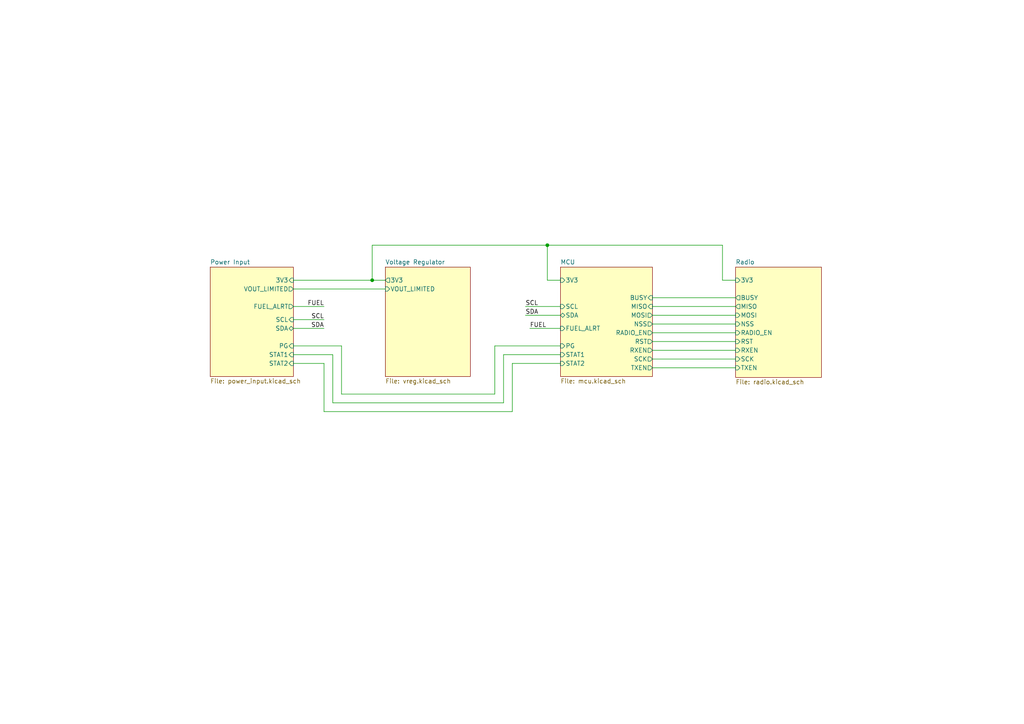
<source format=kicad_sch>
(kicad_sch
	(version 20250114)
	(generator "eeschema")
	(generator_version "9.0")
	(uuid "23714a9e-6212-41ed-9d80-e983f828d45f")
	(paper "A4")
	(title_block
		(title "Loriques")
		(date "2025-07-11")
		(rev "A")
	)
	(lib_symbols)
	(junction
		(at 158.75 71.12)
		(diameter 0)
		(color 0 0 0 0)
		(uuid "621c5ac3-96b1-4923-9c04-72c95363f9ec")
	)
	(junction
		(at 107.95 81.28)
		(diameter 0)
		(color 0 0 0 0)
		(uuid "a7018c61-34e7-487b-bf8d-267a514f1b90")
	)
	(wire
		(pts
			(xy 209.55 71.12) (xy 158.75 71.12)
		)
		(stroke
			(width 0)
			(type default)
		)
		(uuid "04dbd9a5-9179-468c-b48e-f8c449daeaa1")
	)
	(wire
		(pts
			(xy 162.56 81.28) (xy 158.75 81.28)
		)
		(stroke
			(width 0)
			(type default)
		)
		(uuid "0623ce6d-55c9-4139-8d24-b9db4cd94186")
	)
	(wire
		(pts
			(xy 189.23 96.52) (xy 213.36 96.52)
		)
		(stroke
			(width 0)
			(type default)
		)
		(uuid "171d727c-32c2-4406-950c-e86a0d1f5f18")
	)
	(wire
		(pts
			(xy 148.59 119.38) (xy 148.59 105.41)
		)
		(stroke
			(width 0)
			(type default)
		)
		(uuid "174db299-f736-41a6-84a2-e0228ce83f79")
	)
	(wire
		(pts
			(xy 162.56 95.25) (xy 153.67 95.25)
		)
		(stroke
			(width 0)
			(type default)
		)
		(uuid "1d13773f-28df-4e27-bf67-55f0be2e3b78")
	)
	(wire
		(pts
			(xy 158.75 81.28) (xy 158.75 71.12)
		)
		(stroke
			(width 0)
			(type default)
		)
		(uuid "21822737-4272-4387-9dc2-43d60a3f5122")
	)
	(wire
		(pts
			(xy 189.23 99.06) (xy 213.36 99.06)
		)
		(stroke
			(width 0)
			(type default)
		)
		(uuid "21bfecac-3a97-4ce3-9e01-19c43037aaca")
	)
	(wire
		(pts
			(xy 146.05 102.87) (xy 146.05 116.84)
		)
		(stroke
			(width 0)
			(type default)
		)
		(uuid "262600cd-5e9f-451b-970f-d174ee523bb7")
	)
	(wire
		(pts
			(xy 146.05 116.84) (xy 96.52 116.84)
		)
		(stroke
			(width 0)
			(type default)
		)
		(uuid "2742cf56-7134-4de9-bd4d-f5d4b73af56e")
	)
	(wire
		(pts
			(xy 213.36 81.28) (xy 209.55 81.28)
		)
		(stroke
			(width 0)
			(type default)
		)
		(uuid "2c3b8ae2-84e9-4758-8fb8-3287a57613f0")
	)
	(wire
		(pts
			(xy 107.95 71.12) (xy 107.95 81.28)
		)
		(stroke
			(width 0)
			(type default)
		)
		(uuid "333567bb-94cb-4b4c-997d-954c2811c52e")
	)
	(wire
		(pts
			(xy 189.23 101.6) (xy 213.36 101.6)
		)
		(stroke
			(width 0)
			(type default)
		)
		(uuid "3c390f87-ddee-4351-b610-5d69818eb5ad")
	)
	(wire
		(pts
			(xy 96.52 116.84) (xy 96.52 102.87)
		)
		(stroke
			(width 0)
			(type default)
		)
		(uuid "5ed1c5a0-c38a-410b-ace8-ed6611f9492a")
	)
	(wire
		(pts
			(xy 99.06 100.33) (xy 99.06 114.3)
		)
		(stroke
			(width 0)
			(type default)
		)
		(uuid "60f377fd-9317-480a-b9c6-26a1424b0810")
	)
	(wire
		(pts
			(xy 85.09 92.71) (xy 93.98 92.71)
		)
		(stroke
			(width 0)
			(type default)
		)
		(uuid "63597680-d6f0-49f2-8b7c-76b974fd0a5a")
	)
	(wire
		(pts
			(xy 85.09 95.25) (xy 93.98 95.25)
		)
		(stroke
			(width 0)
			(type default)
		)
		(uuid "75fe63c8-01c5-4d22-bf7e-e6e07b2c2e43")
	)
	(wire
		(pts
			(xy 93.98 105.41) (xy 93.98 119.38)
		)
		(stroke
			(width 0)
			(type default)
		)
		(uuid "771b382c-77fa-48be-9633-a7f2994bfc58")
	)
	(wire
		(pts
			(xy 152.4 91.44) (xy 162.56 91.44)
		)
		(stroke
			(width 0)
			(type default)
		)
		(uuid "7b46856b-3544-45b9-b8e1-9ff55e018772")
	)
	(wire
		(pts
			(xy 189.23 104.14) (xy 213.36 104.14)
		)
		(stroke
			(width 0)
			(type default)
		)
		(uuid "7e85c76b-b69f-4fb6-9afa-c08f8aa252d3")
	)
	(wire
		(pts
			(xy 143.51 100.33) (xy 162.56 100.33)
		)
		(stroke
			(width 0)
			(type default)
		)
		(uuid "7f1bfd85-7901-4007-bb90-e743b36871a0")
	)
	(wire
		(pts
			(xy 99.06 114.3) (xy 143.51 114.3)
		)
		(stroke
			(width 0)
			(type default)
		)
		(uuid "8428db56-1a57-4002-8602-5d56722ab34b")
	)
	(wire
		(pts
			(xy 209.55 81.28) (xy 209.55 71.12)
		)
		(stroke
			(width 0)
			(type default)
		)
		(uuid "8f2a8685-0bc3-46c0-a0bf-1b069ef1c8b1")
	)
	(wire
		(pts
			(xy 85.09 100.33) (xy 99.06 100.33)
		)
		(stroke
			(width 0)
			(type default)
		)
		(uuid "8f6030aa-defd-411c-adcc-02a04be5722f")
	)
	(wire
		(pts
			(xy 189.23 106.68) (xy 213.36 106.68)
		)
		(stroke
			(width 0)
			(type default)
		)
		(uuid "900ca395-05f6-473f-82c5-2e8853cccf9e")
	)
	(wire
		(pts
			(xy 85.09 105.41) (xy 93.98 105.41)
		)
		(stroke
			(width 0)
			(type default)
		)
		(uuid "931f6121-3277-4ec5-8822-bf81a7990ee0")
	)
	(wire
		(pts
			(xy 148.59 105.41) (xy 162.56 105.41)
		)
		(stroke
			(width 0)
			(type default)
		)
		(uuid "938dea5c-7d48-4e83-a82d-866bebf17f02")
	)
	(wire
		(pts
			(xy 189.23 86.36) (xy 213.36 86.36)
		)
		(stroke
			(width 0)
			(type default)
		)
		(uuid "9ba6f468-69db-4a81-b4d1-d32b9ffeaa19")
	)
	(wire
		(pts
			(xy 189.23 93.98) (xy 213.36 93.98)
		)
		(stroke
			(width 0)
			(type default)
		)
		(uuid "9bbc2093-8d18-4346-b905-fc95df923fb8")
	)
	(wire
		(pts
			(xy 107.95 81.28) (xy 111.76 81.28)
		)
		(stroke
			(width 0)
			(type default)
		)
		(uuid "a6b54efe-a1da-4bc1-b277-170a80b3402c")
	)
	(wire
		(pts
			(xy 189.23 88.9) (xy 213.36 88.9)
		)
		(stroke
			(width 0)
			(type default)
		)
		(uuid "b7485eb3-1021-4886-8c59-39ba05886552")
	)
	(wire
		(pts
			(xy 152.4 88.9) (xy 162.56 88.9)
		)
		(stroke
			(width 0)
			(type default)
		)
		(uuid "bf60737e-2404-4996-be89-1975ad4cb264")
	)
	(wire
		(pts
			(xy 162.56 102.87) (xy 146.05 102.87)
		)
		(stroke
			(width 0)
			(type default)
		)
		(uuid "c56d079d-667f-495e-97d6-43ed7616eb8f")
	)
	(wire
		(pts
			(xy 85.09 88.9) (xy 93.98 88.9)
		)
		(stroke
			(width 0)
			(type default)
		)
		(uuid "c5ab0225-ce73-462e-8dbd-478cd02981a7")
	)
	(wire
		(pts
			(xy 158.75 71.12) (xy 107.95 71.12)
		)
		(stroke
			(width 0)
			(type default)
		)
		(uuid "c630a8c8-e848-4460-8a91-b5c41ef2e654")
	)
	(wire
		(pts
			(xy 143.51 114.3) (xy 143.51 100.33)
		)
		(stroke
			(width 0)
			(type default)
		)
		(uuid "c783b697-511c-4367-bde5-f9efab06b7ae")
	)
	(wire
		(pts
			(xy 85.09 83.82) (xy 111.76 83.82)
		)
		(stroke
			(width 0)
			(type default)
		)
		(uuid "d3a4a6a4-1e0c-4ec1-bcff-21ff74f1280c")
	)
	(wire
		(pts
			(xy 85.09 81.28) (xy 107.95 81.28)
		)
		(stroke
			(width 0)
			(type default)
		)
		(uuid "e4917f94-fee3-4554-9e6a-dbda540021a4")
	)
	(wire
		(pts
			(xy 93.98 119.38) (xy 148.59 119.38)
		)
		(stroke
			(width 0)
			(type default)
		)
		(uuid "ebad0a53-2c87-4be3-a3c1-71cd27d321f3")
	)
	(wire
		(pts
			(xy 189.23 91.44) (xy 213.36 91.44)
		)
		(stroke
			(width 0)
			(type default)
		)
		(uuid "f80239e4-8c53-4fb5-843e-39e66c52e824")
	)
	(wire
		(pts
			(xy 96.52 102.87) (xy 85.09 102.87)
		)
		(stroke
			(width 0)
			(type default)
		)
		(uuid "ffae2731-e0c3-4ea8-94de-31ad2db2b356")
	)
	(label "SCL"
		(at 93.98 92.71 180)
		(effects
			(font
				(size 1.27 1.27)
			)
			(justify right bottom)
		)
		(uuid "0b8d9a3a-959a-467b-9d0c-5883af8101bd")
	)
	(label "FUEL"
		(at 93.98 88.9 180)
		(effects
			(font
				(size 1.27 1.27)
			)
			(justify right bottom)
		)
		(uuid "312d433f-ce48-4e7d-abc0-eb06d9980d7d")
	)
	(label "SCL"
		(at 152.4 88.9 0)
		(effects
			(font
				(size 1.27 1.27)
			)
			(justify left bottom)
		)
		(uuid "802be984-0fcb-497b-863c-8822a0d671d0")
	)
	(label "SDA"
		(at 93.98 95.25 180)
		(effects
			(font
				(size 1.27 1.27)
			)
			(justify right bottom)
		)
		(uuid "bd3bcc6e-ca2a-461b-a06d-f2f1b2e7fa50")
	)
	(label "FUEL"
		(at 153.67 95.25 0)
		(effects
			(font
				(size 1.27 1.27)
			)
			(justify left bottom)
		)
		(uuid "f684f604-c28d-4836-9d41-24cc9b77c6ac")
	)
	(label "SDA"
		(at 152.4 91.44 0)
		(effects
			(font
				(size 1.27 1.27)
			)
			(justify left bottom)
		)
		(uuid "fd79fc36-c40b-40f9-a618-face1c70e8ab")
	)
	(sheet
		(at 162.56 77.47)
		(size 26.67 31.75)
		(exclude_from_sim no)
		(in_bom yes)
		(on_board yes)
		(dnp no)
		(fields_autoplaced yes)
		(stroke
			(width 0)
			(type solid)
		)
		(fill
			(color 255 255 194 1.0000)
		)
		(uuid "02db5e49-999f-43d3-aed1-3a2dd3ad0a6f")
		(property "Sheetname" "MCU"
			(at 162.56 76.7584 0)
			(effects
				(font
					(size 1.27 1.27)
				)
				(justify left bottom)
			)
		)
		(property "Sheetfile" "mcu.kicad_sch"
			(at 162.56 109.8046 0)
			(effects
				(font
					(size 1.27 1.27)
				)
				(justify left top)
			)
		)
		(pin "3V3" input
			(at 162.56 81.28 180)
			(uuid "9b6396eb-a677-4305-b4fa-23b196171615")
			(effects
				(font
					(size 1.27 1.27)
				)
				(justify left)
			)
		)
		(pin "PG" input
			(at 162.56 100.33 180)
			(uuid "882a044e-1c57-40b6-b46a-4c37ac84604f")
			(effects
				(font
					(size 1.27 1.27)
				)
				(justify left)
			)
		)
		(pin "SCL" input
			(at 162.56 88.9 180)
			(uuid "20c11fbf-80e3-4342-a96e-8626cd93d9f0")
			(effects
				(font
					(size 1.27 1.27)
				)
				(justify left)
			)
		)
		(pin "SDA" bidirectional
			(at 162.56 91.44 180)
			(uuid "d55d6677-3953-4ad8-a30a-4f86f8d35f2f")
			(effects
				(font
					(size 1.27 1.27)
				)
				(justify left)
			)
		)
		(pin "STAT1" input
			(at 162.56 102.87 180)
			(uuid "b3c2e175-b40e-4725-ad2a-19345a7172c6")
			(effects
				(font
					(size 1.27 1.27)
				)
				(justify left)
			)
		)
		(pin "STAT2" input
			(at 162.56 105.41 180)
			(uuid "ea88b224-b84b-4e09-be41-01ea77d5b5b8")
			(effects
				(font
					(size 1.27 1.27)
				)
				(justify left)
			)
		)
		(pin "BUSY" input
			(at 189.23 86.36 0)
			(uuid "0d3ffc87-4cff-4d17-947d-56ba5174d75e")
			(effects
				(font
					(size 1.27 1.27)
				)
				(justify right)
			)
		)
		(pin "MISO" input
			(at 189.23 88.9 0)
			(uuid "c2c7a1e0-1985-4333-ac30-9d41665d4959")
			(effects
				(font
					(size 1.27 1.27)
				)
				(justify right)
			)
		)
		(pin "MOSI" output
			(at 189.23 91.44 0)
			(uuid "5231460a-4df3-4e71-bbb7-53536087109c")
			(effects
				(font
					(size 1.27 1.27)
				)
				(justify right)
			)
		)
		(pin "NSS" output
			(at 189.23 93.98 0)
			(uuid "ce941e25-7db4-4b53-a6db-febe06d73300")
			(effects
				(font
					(size 1.27 1.27)
				)
				(justify right)
			)
		)
		(pin "RST" output
			(at 189.23 99.06 0)
			(uuid "af058b49-93d2-4373-bfba-593a8b4f9beb")
			(effects
				(font
					(size 1.27 1.27)
				)
				(justify right)
			)
		)
		(pin "RXEN" output
			(at 189.23 101.6 0)
			(uuid "60460662-1ed7-4176-9579-c7003a56f063")
			(effects
				(font
					(size 1.27 1.27)
				)
				(justify right)
			)
		)
		(pin "SCK" output
			(at 189.23 104.14 0)
			(uuid "2e749326-4b4f-4114-a86b-6fce41efd65d")
			(effects
				(font
					(size 1.27 1.27)
				)
				(justify right)
			)
		)
		(pin "TXEN" output
			(at 189.23 106.68 0)
			(uuid "078856a3-f40d-4a09-8f75-368b2d6276c3")
			(effects
				(font
					(size 1.27 1.27)
				)
				(justify right)
			)
		)
		(pin "RADIO_EN" output
			(at 189.23 96.52 0)
			(uuid "41e51a5a-a49d-4f5b-a8c3-b5257b03b389")
			(effects
				(font
					(size 1.27 1.27)
				)
				(justify right)
			)
		)
		(pin "FUEL_ALRT" input
			(at 162.56 95.25 180)
			(uuid "7cfde6b1-9914-4317-8f8e-106d1572a4bb")
			(effects
				(font
					(size 1.27 1.27)
				)
				(justify left)
			)
		)
		(instances
			(project "Loriques"
				(path "/23714a9e-6212-41ed-9d80-e983f828d45f"
					(page "3")
				)
			)
		)
	)
	(sheet
		(at 213.36 77.47)
		(size 24.892 32.004)
		(exclude_from_sim no)
		(in_bom yes)
		(on_board yes)
		(dnp no)
		(fields_autoplaced yes)
		(stroke
			(width 0)
			(type solid)
		)
		(fill
			(color 255 255 194 1.0000)
		)
		(uuid "31a08346-8aff-492d-a666-d252f0663a7c")
		(property "Sheetname" "Radio"
			(at 213.36 76.7584 0)
			(effects
				(font
					(size 1.27 1.27)
				)
				(justify left bottom)
			)
		)
		(property "Sheetfile" "radio.kicad_sch"
			(at 213.36 110.0586 0)
			(effects
				(font
					(size 1.27 1.27)
				)
				(justify left top)
			)
		)
		(pin "3V3" input
			(at 213.36 81.28 180)
			(uuid "c69f5c31-4fcb-4769-bc33-19e766e3ed5f")
			(effects
				(font
					(size 1.27 1.27)
				)
				(justify left)
			)
		)
		(pin "BUSY" output
			(at 213.36 86.36 180)
			(uuid "548a4a66-2749-4d59-b85a-a9a388ec55dd")
			(effects
				(font
					(size 1.27 1.27)
				)
				(justify left)
			)
		)
		(pin "MISO" output
			(at 213.36 88.9 180)
			(uuid "e16057f0-172d-4c9f-8a8e-1c5d548b2575")
			(effects
				(font
					(size 1.27 1.27)
				)
				(justify left)
			)
		)
		(pin "MOSI" input
			(at 213.36 91.44 180)
			(uuid "663f5a49-f1ff-404e-802f-6da4cd88f681")
			(effects
				(font
					(size 1.27 1.27)
				)
				(justify left)
			)
		)
		(pin "NSS" input
			(at 213.36 93.98 180)
			(uuid "5cdd0357-2682-4ea5-bf85-99f989c2507f")
			(effects
				(font
					(size 1.27 1.27)
				)
				(justify left)
			)
		)
		(pin "RADIO_EN" input
			(at 213.36 96.52 180)
			(uuid "42237010-b1ea-4a77-8cf7-bbe4944c92b6")
			(effects
				(font
					(size 1.27 1.27)
				)
				(justify left)
			)
		)
		(pin "RST" input
			(at 213.36 99.06 180)
			(uuid "0127c378-6512-439e-9173-37c86bb2c829")
			(effects
				(font
					(size 1.27 1.27)
				)
				(justify left)
			)
		)
		(pin "RXEN" input
			(at 213.36 101.6 180)
			(uuid "6971a1fd-fbd5-432b-a4e2-c4dad00f9d17")
			(effects
				(font
					(size 1.27 1.27)
				)
				(justify left)
			)
		)
		(pin "SCK" input
			(at 213.36 104.14 180)
			(uuid "762e1aa0-53c6-4026-b230-4bcf5c3236ac")
			(effects
				(font
					(size 1.27 1.27)
				)
				(justify left)
			)
		)
		(pin "TXEN" input
			(at 213.36 106.68 180)
			(uuid "cb7977c8-e6d4-4673-95b4-12f18709ba17")
			(effects
				(font
					(size 1.27 1.27)
				)
				(justify left)
			)
		)
		(instances
			(project "Loriques"
				(path "/23714a9e-6212-41ed-9d80-e983f828d45f"
					(page "4")
				)
			)
		)
	)
	(sheet
		(at 111.76 77.47)
		(size 24.638 31.75)
		(exclude_from_sim no)
		(in_bom yes)
		(on_board yes)
		(dnp no)
		(fields_autoplaced yes)
		(stroke
			(width 0)
			(type solid)
		)
		(fill
			(color 255 255 194 1.0000)
		)
		(uuid "a02f1723-ba56-4604-a65b-8dc913c22eb2")
		(property "Sheetname" "Voltage Regulator"
			(at 111.76 76.7584 0)
			(effects
				(font
					(size 1.27 1.27)
				)
				(justify left bottom)
			)
		)
		(property "Sheetfile" "vreg.kicad_sch"
			(at 111.76 109.8046 0)
			(effects
				(font
					(size 1.27 1.27)
				)
				(justify left top)
			)
		)
		(pin "3V3" output
			(at 111.76 81.28 180)
			(uuid "b6da393a-a6d5-46c4-b77a-7b090d12e3d0")
			(effects
				(font
					(size 1.27 1.27)
				)
				(justify left)
			)
		)
		(pin "VOUT_LIMITED" input
			(at 111.76 83.82 180)
			(uuid "7537460e-d47f-4623-9c21-43592b49a994")
			(effects
				(font
					(size 1.27 1.27)
				)
				(justify left)
			)
		)
		(instances
			(project "Loriques"
				(path "/23714a9e-6212-41ed-9d80-e983f828d45f"
					(page "2")
				)
			)
		)
	)
	(sheet
		(at 60.96 77.47)
		(size 24.13 31.75)
		(exclude_from_sim no)
		(in_bom yes)
		(on_board yes)
		(dnp no)
		(fields_autoplaced yes)
		(stroke
			(width 0)
			(type solid)
		)
		(fill
			(color 255 255 194 1.0000)
		)
		(uuid "c07e6f99-07ba-4bd3-93f2-b00a1f4a3202")
		(property "Sheetname" "Power Input"
			(at 60.96 76.7584 0)
			(effects
				(font
					(size 1.27 1.27)
				)
				(justify left bottom)
			)
		)
		(property "Sheetfile" "power_input.kicad_sch"
			(at 60.96 109.8046 0)
			(effects
				(font
					(size 1.27 1.27)
				)
				(justify left top)
			)
		)
		(pin "PG" input
			(at 85.09 100.33 0)
			(uuid "fff14832-6604-44be-be18-c687e1e99f4e")
			(effects
				(font
					(size 1.27 1.27)
				)
				(justify right)
			)
		)
		(pin "3V3" input
			(at 85.09 81.28 0)
			(uuid "8498e375-331f-4ba0-9d91-087a0eb28655")
			(effects
				(font
					(size 1.27 1.27)
				)
				(justify right)
			)
		)
		(pin "STAT2" input
			(at 85.09 105.41 0)
			(uuid "8de8fa00-fa41-41c1-9dc8-8c54bc5ec083")
			(effects
				(font
					(size 1.27 1.27)
				)
				(justify right)
			)
		)
		(pin "STAT1" input
			(at 85.09 102.87 0)
			(uuid "83a33674-a724-4242-9d90-5d627056b5bf")
			(effects
				(font
					(size 1.27 1.27)
				)
				(justify right)
			)
		)
		(pin "VOUT_LIMITED" output
			(at 85.09 83.82 0)
			(uuid "30bc4bae-cc9f-41bc-97e3-cff6c6a3db4b")
			(effects
				(font
					(size 1.27 1.27)
				)
				(justify right)
			)
		)
		(pin "FUEL_ALRT" output
			(at 85.09 88.9 0)
			(uuid "e33b5738-499e-4a39-a9ab-7534cc08615d")
			(effects
				(font
					(size 1.27 1.27)
				)
				(justify right)
			)
		)
		(pin "SCL" input
			(at 85.09 92.71 0)
			(uuid "9dae24ff-5044-422f-ae79-4a1989f15ebb")
			(effects
				(font
					(size 1.27 1.27)
				)
				(justify right)
			)
		)
		(pin "SDA" bidirectional
			(at 85.09 95.25 0)
			(uuid "89690a90-e1a9-41a9-ba33-47b756747339")
			(effects
				(font
					(size 1.27 1.27)
				)
				(justify right)
			)
		)
		(instances
			(project "Loriques"
				(path "/23714a9e-6212-41ed-9d80-e983f828d45f"
					(page "1")
				)
			)
		)
	)
	(sheet_instances
		(path "/"
			(page "1")
		)
	)
	(embedded_fonts no)
	(embedded_files
		(file
			(name "Loriques.kicad_wks")
			(type worksheet)
			(data |KLUv/WDEuiVbA84+SN4YHdBIIvkor7zvMeLP7z7Dg/JSvMOlM33xAH8j4XwB/BjJGMcYzfCNYK4I
				1oBVeoro2vPsDjEzdGC0nXVA2ll8Gq7WZPUIsKig8bvY/T/YdkxA/SSO3fIlbLnRZAlstPgdiM0u
				tnUIsm+0msPdUO/6GLe9WfM3S1awnAY8Qd4ZIaS9O2DuMovFnbBxzaD+Tvv3m7xGmVzoYPGKLm9j
				Uo9mzgg/mAQswQPmtwjBNFbCkpiE1LIOajONjafmOOHG3hddTtwauwh4L7TsBdNdcsewuTGkcsL9
				W5Az+lASww5molmstajrFOMXQyM49pRyz6qchNyESnfYf8F2W6eg3ICUsaDBaVrSdJnXH8KoxAoO
				XUOzg/dLb4J3oke8aIPbutjUevUalM81nLzq5OtWK8togKGyWhY2C+qEzd/i3Sl79KPTGfa9V88s
				umDDnlxHWZwj0/wUU7K5V75xt6Qdas6HON2+Z1A08Szuao0xBz1GvDwsVAYcvyu0IgbcqJmrU8zV
				QBG2nI4NNuFTQT8JvxlEiE/MSLh3gJt6o6uyQXEiZX6HZRjRYI1OUenkQhquyXLoPPs50nNqyifQ
				gv5gnU+jdHf3tkRBjizaoWVIFwcCul5zDMsd3VxLEAnBPydayQb2/tcQmUOrtyGLvgz4SlZQjy9E
				/jmTKA6G4CMMsce9NMusLcIM0wC9oJQmEF+4ccMpDJh/ldt2LLMHQv4CT0nSuaNuOBR183U37WYN
				+EKbHi55Da3gRqHTLXIRGZhMw/PlRhMrGhLX68Uqd3xlvvlBTy+EHL/eBqALl+hMbGaOgTcczJn7
				jvDcpIRe5yNGiHRmGV+PKUBOytCSXB/0XR3qkeKchW+i10CIl//jXGkecTTnzwTzTm+qTDboiXcK
				cxZIN9FLZRtpjPwfX2ufY41nLWET+4NuL/RxJ8GwhFMyEYvd/HxnYXbNb3SYM/CgoaCffQu3dyLS
				apa4SAc3D3YzaDbtYMtoiag9Q0tquzO7oaqFhpdvqB28gw8/OeYzK7Mo6MdhXwyIpScn4NtGKMah
				ClAUhtcdCUCpn+njhNBfYG8orR0JFExmRuKTLohusV7/zy7aug9qT5GfTLo9BNKXZp3x8x/G/nvS
				raGCUlbPBvP9PBcoZvwnaFmFWL22V4bTfK94RZgrYyqT4leRwhMKtSWMN61aB6JWyyGaibW2GaES
				COuFvCMrlsNI7M6+CaEd0lVb+a2lAXyVXyHeRxkjlsY1V/w2FMbzZJlFaTHOQIoNGEWdxSOHrc/1
				bsmEioA5lCNpyojPRkiSH1k+nvh2H4slOqPhubsOJuPebXHuRiqW+r6ynhcKKM6IB5aOKt+kzXSd
				DGnYLOCExtT+bHHaAHMt9JrCpW+FFR66zMT4PheG1OUe4V4tysEpiu5/wfehAtsxYVhbkhnBrFmm
				i7on4zvwFu3lK0d1Y7whW6uV+YcaIVqGKjVb0kCIgDqOFAvDVqJKtRlLvF/KH+YnktEnl/lX2Dvm
				ZhcW5rf+i88evGywiE8cja5p8Qx/UK8GN9o2/oQWAv8zCQswOXkCiWcd9X57L6WYZHaFcHPdu6Mt
				F9xxiLdLbfYza7R4LTONMGnPgg8E1XcCiBdgVvftSvcX/w6oNoGz+v4cyD/+NHjFPMFPf9wto0n/
				fz4hc6Twfu6/tcNyqS621LRYvW711shVD4x/V7k28zeIyHz1dou8uI/HcL0aJOu6up1aqltq4/ZL
				qV9N6Lw8LZIp2bd22pLEO5TOVzxJOIUL2Y7sytmGDQgSpSuZkdd6FO5awk2ZYMORSooE4GYo582m
				D9XV4M/eNYeKcDSjB1M7kDP4dSYRTlKeqt+hB6X8RWIMSIynaGY3ApF64awvwjtungsZohS9KA5J
				szq695ZFz8fcz39UBJwSaDIichVojPA+RVlXfAuogftgZ6N5YXzV9Sx9EBCqrVXPwMs933DGqg1o
				zZVPl8ASzyqVgFYwFnSy7fGalu2b6zvzNidGG7FEbnTDHN6LyCu3epu50wJRw95TH7achGYYEh+l
				8xcTD7tp55nhGwgj1xrxEnmDtATvJ/8XmDMWjaH7Gotbrg+BgYpF0xJVhTGMXhRS1mB4r9UjMlS/
				Az/CfrMt2J+hZZzoQCCDwc9XGSGxptSAMIGLJvfuR49UMtsb9nd4u3dlOHxt/oZf7sVnJz6bvdEr
				9pJUOV1pjtzSwVbMyJQTqOxXXCWBFn9tPaxI2ztCN6hCI83jL968xVYSqTefpf62v+HWue3P8Nr2
				Lo5naG1WQKwaqPTyIgdDjoRW70zgHmRdvFzqcMEZbVqPfZJVhZ8I3QDiHIFFXQ3RyJ/SCnf2Csf2
				bsrzv37ynU4h5ThFtCn5tDlklO5AoX5N/EVeadr4cXjZnji5S+dr8l2ob0i3G3pO+oa/mQRI2tbJ
				xqgHrWPD74olnEhHzjLfHjfZ+ISHO19jW9BILVlZDzvDz9VHar/3BAE3qtmtApMT7wIJMq80KFC6
				TluD9AtHiy+2xjVrhxAA0QIz10IwLCgxD6ueEdXXCjqVcSLxCuMXnbx6NlMyeIR9pjteBv2z6S2a
				RGYUmbDK6FjzZ7wwdPwxOAMetUDnA04qdZh5oQK5Hg2m03mnYzl9YAlcyCUdK8wkB8B68qIy8MXs
				juoCAjpQkwbjTZ0EOKZEYK839k93xS92YSUtnoY5ZYyaGx3R57ftuy+NwKq9DEyl0dA4GZbfde2M
				OD8CkXR51Vu+63KoPsKrEZdsRky0TDzYYhT6k+m409akePXYHI8jxR+7kfjoF0O+qr54XxCoxmMa
				y6/aFe1y4qSLPM7MFtFG2aHGHUFZj/U0M49/n01Y/YVFclwlVjOi3CS+FFD9qLdXdsM0jqLjCHix
				b0qrRtLD7JB2o1ctsoTS0eMjxH7OClwN2WUv4Y/oyujffkzPGUw4tkNgpUN4rSaZHewqVBNEbu2F
				KBwtlVkRXX8ijuA7VvhbAtGIQNuKk9xQn//4E/93g+iSd7CjB250VkX9VkV1Z3Wq4Q0bzgN62JoZ
				lNqjOjfc3Oc2StvFGW8JuIpGylTkaqkBz1w/zMcKIul+VL6U4NhjqwONSR3RdW0mUSULwSpMnoU0
				2aTBbJzW1CqPgCaE6dvc5lSGecIYKA0X1VbyOox/i45ekM3IeOtG3sASoZWwVmtZTJtAs0KYqkdw
				HJoJEp82cW9BxZPWuJAFYnWWH/3x2JQ+7jdvjtYOd8u9+8zQGCbM5HyiU4JM+4Chivlmg2rFYGWd
				6nbE7PGhsyTKgSaisJ1sjGQHHcUf+Jm8fgvmZwYRZq8Z4/8BmXw7JF5lVyh5gnuXbfXfIXdD4RRM
				bL5qLplKrwWdpnvrrfFAgc8ilJLNDjHaA8Ul2YwZn/2Mvp9GYKh7M6nu94k+j1tzn/X5SCjNNgcp
				KVRFuYNJgEMulzU4aww+1r29Kw7f6qN96SdQ/Rygt4UTA1qWk98lJRvG2bLFezeYYmmZumaffENS
				HVx6VUK2cvXCtnp3X3rZIv9LpddIzJfnzydtb9D0faN3Klv561NFztcaOrOViSDDiMH7dDFTJkBR
				B6h//KLDX1SfXeT5IRv4rhCsyXPArM8ryLxjelVwioy9squhIX6YrVm0gz5A1l/Djb0q6LIIud6d
				s12z58iLs8u0eLjKpkj95NiN81NJ+JPn5L0ptT8ybJEytALJbDOxjvmPIz5CWTUq2ajySn4RVGeW
				fsgh4wmuFEy2BJVkfwF17CeNSVCGN7Glw5EVXQ3Mi4BObpAd47gSiJwLSvcBVgoMxxaDAOPZjRtp
				Qr00Ix7umkd+d8roL+9njlg/hBh5j4LJhFnMlhddaRVQjeLUVG/PMqu3kjtUs1ZOLUSeRbMwDKJ9
				mGeYNkgaI6HAxszJDLekcYLSQa3inEZ8X+McSj8u+L0R/hx08qIvkM8dFFg/iWqLmId5eFeQFDCW
				vAua7ZvNQN3z7V2cLaaohdnJx21blXDIJvTV8hqBeD4VBWuAxYnnp/N4xZibDKH/p7FL6XWcvcYy
				BEOEkEagE5/M4gxv0EULN9xu2q1olzsnXuQVKK4fvBPiRnt0SRNrBhbmCv3kUXn/F3z1aXR4qY4E
				FNLHhJ5YGREkK0s7OTgaaPhiuFGCjKKrD+kUuJ5oy6SxT5Q7CMdi8dmCyGmry68vI6URJcVftDrD
				GmbHqfXoAaTDdSEQmZdVveW8THPl98UpS6VuWhquk1Ai5GvXd+VtSubAlWiXGVtfNekSMPDSCDVP
				rm4KNT/qDLd6yIluN1KS+fEvGW0Pd4QlbXkHiwiRqTB1T/XTdplCo7SwhlfoigVdqXvr9Oohn2Qe
				YsbpNmZzO7iEyKyCU75U40guoAliOiSOdX8iSgv6HiCBfLyc7dULkXMWaFNtupXBHUNVrQ3f1C8S
				tChxaqGZc4qxcyzPcOhFsNwXmJMwiNdVS7qO2F1Pu6dbqUlFwg92ZoqqUnJH4wxfR/IiNbrurWvl
				ogzgSeDzCjHvCiaN/+m/RMYTUg6lXds2m6NMUJCJ7ucwccHrlQ5muhrTLm/6qvkQ/0cszLVu/s0r
				5VaFUA2S4lU6I6ZVAop2jvN3b7dRihX00/EXuJPOmfvFVwc0ZAY4sZKCSD74q7rJk+q7jc3bJKCM
				QqneLKuQFitft61T2KcMJcwgiYdLpCQeVLJI1LNlqLK/xDaGFL2OaOUHzchzeCc5fqsvxdNcnImK
				XzYGNagegbLbfD3rTUHk3X6UYbGhxHv8EzmZ1VlbsesCakCzMLckD3x+DaXv9lxF8DbyF3kHaHvD
				N3MPCRkjUYFNCf4b/Ekm5Kou1zBC3XSn7ll1Arfe3FsE9OFw6ue4cTdo9x3GURhmCAfQLvaOZgK5
				B4aP14b2mm/67bcnE5RPglZsNGAtXubpN5/F99sDQ5WacdLh4hSpoyj2Gvd2hoDT0dWmibrldB7q
				sBdvONHd6LWmyuL88aeno2xmJh/7KSQj3p2dqb+K+VoL1qBCa7lTzpGw+xFnmtVpKWjw+a7KxKeY
				KawY06BueJ7lgjKSFf5a8/SiHkJptTRh5HfSkzK6MnZIhA0hc0Y5aPtQn+ed0hcqBDNnx7JXiZ/i
				kIt6i1K6PIKnIxKpCEOxWsLY2sveIo2/cPxsc2vItLcg8PUPsDufQmvd6ND56S8nkytsglKuQAo1
				e8MPtDaLFUowv4o4q6q7gV1Pi8NDYREw3svaU0HlbrvFXXZiaKtNvB91+uatbGsyFlvRBYnrTiuj
				MlDEt5eIyumfDLP6Ppn2lwgRpJ2wl4rftc0KvsTwq/9bRW35ssk6t/A2kzpuOpIw+0ImlCAJQhcS
				2GrNWimjcxYT+OAIVr/Wbdk5goyoUFwF8whMdAUfW6HKNs3RlewKdzCBOzrBSgnxOsQ2WG17wNAN
				b/4K0XI0tyQNFP0ISPELoZamtMtzP6mXVkuAYxSDM8tE1mdJJzncswGR3pyasR4zwfcYSo+z17f0
				cwuMcWGGpGaPeFzWZucvb13TUOcQQU0budQ/q/lPf3VAu2AxdC+gxK/BzdaY0GwPiSSgo92sM0Hd
				0CvNXnnCDEiAmVhslAYjVuzT4pRVyf9YrzE/XY1ANH6TXEaH1k++BUJhcDZgrFoE6WyZZfirKF8u
				anAihxzO/OM9E+g1OvFiL+qjl/Rd5VZwJ1166oYyuxGiGCU4xbZwPWY1otN4RlIh/K/0kxSSJ0UZ
				T4Q2DM19MhDCkzGVjV6qz2kzS87X689K7LEqeN9xuREo+cdVN2Sz2YDQl4nUvnhtdymDcO8yGy9b
				nZzfAhFPpD4yywNCX0avp+seze4OaLM7KDZ9hJMRHh9ObUQbUagGXwM8yZFL8jhBGYqsLXZpNf4Q
				Idkh/to/pUt5m2YcDIRkoc6CEpFqlRw//RDFBBKJTNbqI1O2o2yyYfGfQ6hDT9Zi/APnlhI2YcN+
				AJXtwvlG6NAukWVqaS3is6TcLxjhrrgCQuMRpm4DYp/FBDVOyraFCtH4o1SKqBatITUvRlrLOG5c
				xpiAZ6WlnB6JsPbR7SKvoENxny/7gCs8rWntyDOuNnu9XgxgEoEamD0NOQ3f/Nie1XYcXPIJ5YXd
				oPRCB+6sfku8BELREEytmrEpxVATJ+wY3ptwxDl4bcJWQ8LRW83lEPiSQAk6spWxTR00HurevSxY
				Q6aOQIVsdHz4PWT0xJqRQNGFhvnkb8t44b9+gTw76A/QLB+gnwNenXHIv1b3lljMDJQGoyNqhEVp
				wZQo+eOYf75XCTCimV9lHT23ZRxu2OYyh0C81lT1aSQPql9mlUQzeu0dHYS0Qefy8B+afrCX7xMf
				gpGGlSmydajmC251hpcWe8PdwskxM1BJ/ZThCZ7z6NJ/V5k3GzXdpAM//bC3aRfzQIWj7XPkqeVv
				P+nl7ff6WlTWuCEcE89ChwFLiXVsw4fzwYhe6+/ecjv7f35vchmQ0xWdn74Andu1IeHeEseqm7Rr
				ueBmUPPpasWkeOvm0Jt3zZtjyTbzJBqSK8riq3rQaDrqsMNo7dE0d1Nn/Qp0egK7+ii5oKMcv5vP
				Te/564CZbMre7Vpj+GV6XT7BiPe4ykxpqRRWS9EWvvpBE1gdbOqB+EzhwFu9ZQOSkxZTxsA6N6Zw
				EATq+Y3SAckr8UzzErGFw8Kc0Qq2DSxrn5Iysh2KCEdTLr6u1WVWcAV19NI+Rpd9jpImLJgym1i3
				/cbJtPL/0AD0TwHKw9kYp7ASzZygGh/Tq3CzjnxhgREvNmpcv19dVhtueo3Px6BrezxWzRYI65zH
				vO7opd9Ia0lrfTldz58m3+7DOZrmBYpePnRfzsVWnpluFYZso3T5GpzBiT3OMwEdnTOyIR/+nK1J
				nObSc5u+naeUVdmplZHATD+p2PxdYY5hmNWcKkxH16yd7uqH78x/9tcFP3l3E3oHVz1ZhaRvQDUg
				7VnkEbM6hvFrszQTHXJcLzdqbMl4nzqfAMEPSO2+o54Ca2R0HlNGbDbkxYeyOls5EnYMoj7N5rSU
				u9j16Ma74560OnvSG/Bc64hWPTj0uOF0Py3/DfNeS5sRW3JAA3lSt9kvJQSZ0GLBB47K5N/gAOTF
				Nd9mb6WXKCQbgsFAgSa92wNGh9CP/2iElDH+j7IriLOoLZXaI+EPlZDx36xN1jRXnWr5OREJjGGa
				DlvaCP4S0DHw41+BgU0vNAOk0eYoGj0wDSuQo7Y4tXCAaKZFfQHPdD+c6FaGNSJYpeYygPNNkwYB
				Dp7lpfs6v14c7uoxunMdXWup5ojNTCpwv6EevgiOGc/b6Fz/Wu9Hi5L4/8GpCzb5pQoi3o6ZeeiZ
				mjZp82F0AVNUh6WXpkq9lpIO6D+DMsmcknWKtNX+7K6kw0EvGdLLG4V5vBhfkC+rbcWZrO1m6NR/
				xmea39xwT28KtCUfvDHhuhebl7//Kg1a9iFCSe7eavtiVWE+K++3QMgQzNtsNPxdrsVLGW7Ksthw
				2lHJ6jxB5lCnUw0yaICsTWOUvUe8UlQaTeG1csbhyEHpSSs0S97QD8L+kRmVOXbVETrx16zNcDep
				FwqK0bVCCmtY0bE1OtsajcLUrO3MZivtl+KWUlN0rZRRKT0kESaoNNkq0rE2a9qS03EMapiXszNe
				rUyVZjNyrdwM5fzNTgSbCaRihadRhlrwIazNfae855gzPyM2q9qCGa9A5eesFF8LJ6e2tVRezvi1
				JoVmGBg3AfjUJugbasiKLo9a4yaP3isqy9atOg/+Bjd6JzlAmZhbJeH7Qd5QRwHQmrSqOsN3i7tA
				pFauZyXe5EQe/Q1f9W5yIBq6SL28KuAab/VU1BBG8/d4kTqofEnbhA0lYk4bNVvfAZNxiiEMtmIz
				4qBuEIvvCR+wzERlGQfRNPlY2AxXdvPGkve2oRg6XhRGUVO11fO+e9eFjtQ4aWNFl+g7cez+vhTR
				0+zOOyUwxChZx0oa+G+toRR5ltNU03IEM20ZqB5OqasV6Y2Mp54aquF0pi8V6mAWKOhRo+SR0wEA
				iN0EpSie3yAlI8fKIR8Rk/0AVDYP7PVtGLnhpzWBdroG3tsc8T3AgDM/VaI4lsRQDuY4wGDAKp/p
				UigHKAgDGMAcxQGOpD7n/EWLpEAYozCOgjGIpBgMAtSizKfPeg48Q1FqDZdtj0KBDQdGEfUti3GA
				I2u0CKukV0pf+cxfAwpQGFAoBxiICAMrUM5fsCAKQn0NyNfV/QQgLEAAanWAAfk53wHWgHutT86L
				uIb730+VA6gBR1GJkbev3rIcYMBFHOAwgBkIbas+LxITADVPdSlgAMgBEOYAiQHKsoAIbKAEROH3
				VQoYgAEIWPMTuu/bv9ecXlMDfPbNcR0mGr9ADBhQFB0IAwAByOkASxiAFAbggfoA4gAD8n7N0RwZ
				DKQwYED8/k7pNz/Xer3vlb4DaS4PB8RpQEYNWOX8zQ1Y3VwP3KcBBxiQ0+s8B9LCgMIAlV4Pw4CB
				IAzI7zPHDzjAgHU+6Txd7zmQ5wG0DuRu+94DYQD9tvc5JyBnV7kACHGAwQA3V19+pV+5AMgBCAPW
				/8Xzfs0JAAAABKDW8xUfDsAckIADXnVNgFwfYMAdyM97pde2AAtBEEYxFAbQgRe/150AAAgAHvMJ
				UM/0jQkQep7g37ZsL7JA1D2mDWzPDHPv5+cOD4diptwS4/Irmfl/+Mdt23SZtJOGOgWbpc4YW+DI
				5v1FIuKXaBi7IispBT5h829+FbXTzlUgogAFLnsGSuH6/Msp00kFVZyjyxM/7WqlLAN745mhGO3M
				hyzw9U9jfmKW+Mt7fLrHX70qcenInvuyLPJgSdpaIWXTiqPXMO2UEvl2skG1m2i8OF/ppOj2sd9W
				5UpuVQOj56HcrJjSCCkXdwHXiA/vjGKivihLxn315lMWYyQ1Tgt1CX0LWo7Lf00hHsV04r57xn4R
				/xqWn37G/W3OSR39GaOMa+hfJ216QWJt4qOCF8z7aFZaqGF4cSipbldR4j7D0XswIAXRw5G1UKmf
				YKIoFvFWw1Uq9ZqOM5qSmsG1elYbXsisfms8WGsCvdtEaGUT/qdcDnIl1/tpzXewO8kGFsAiPV8U
				xB4M/qrGP/WD/OCkFc55qNpusueYn4n4Ama9VW8wszjPWp+DqwEdRAmYfAitBSoIUKdeiYZqAi6U
				u41Iy6+/O8Eps4Xr5Z74suOiKmfLS0Chf8/OI8qVt2Xb9duW8b3ZD/hHdAd8eLPjx48UdCX3V/RM
				sB6ZrrHAWFlp5FaBl57UQEt8c4EhkIA66xjbD2zZH7Biqty4maz9cfL9KiH3FVVrHIcmFs3toj2W
				oAkp1hK7/Dxlsq+fx6xAyiWkWwalT1h/0AgZ+dcKPSA5FhbztDVBREGtB6N2UWjxcUnuKXpe6i/5
				rNdoPRGDtO5izCumXwPUg2HWcsl+fZuVkrrFHVBNdmyXXHinf8tXBPve4Qv/26SXVoywXl/23TB/
				TMo7qwGd50S5E2XkrE5JfioBNvA+hG4wIn+bU0sqMOATrQ4RGwcTIxJf4UM2u/T7F3JmHVrOBUoA
				P5i90Bws3HvwsHnsg3uMyFcFrku9eiJCqhEBVXuc8zCDZU2Q8HncUnvY98a1fVSD7vaJ8gyB7UEH
				tCObLGhw6VvCMy6J5PWDZQrENt36Z/mJUDIr2o7a4STODzipgBkoe8ztzVHUn8/6UkYs+9H3IVWl
				BAXeM1G/f6n9zkrZ3V86f9rWqp9nrQjkI2Tt8gor8kCVbGCK1/fP4OSiIxftDkKp9I4JSJCkG3KG
				gf7iYhDUi2hQBnmdKeQaM7cWMSlmjNawGaxfdrGKrOXdmWcKTYkgsIAVrMh4NOlbKb+730fb8Lys
				MFIrT7Iug1NTT0DZ62vBsuaiZ6ob7ZBlRYY6d5euB/QjrIIrFTuqo/z0X8A1aVMq013Q6YPHR46B
				S+l/lEBi6UOgrHL8zmpFzvmWuo7WERZKEvJ+KLk3OcqLFlObspvsPpN33Xuvelxb1qqFP0s50bkv
				MJgFx/VVqk2g5ALHfBDz0TosJaR4hKmJAqbTf2NByjfdUugdOENwmLGNgc/91KPasT59mELRPjtb
				uPuucmFU6OaewmMIQSFvsRHXhijOf/HYwb7jpmLnqFLQ8+z7O0G346XPrIog4qDsphWK9ju8FRZy
				KNCTa5eVuBGlWjJOFkzW4ZofOsywkm9MzOQwX0TD9I1vhuQkX79mSZtlRs2OQS7hk22PbKZZ2csU
				rzLfAg/caxnWqWryuaog6vwW4+XLHEwPBH641ueBb15un/pX67xxdryEnvhY3Se/jadYDolu3h3Y
				o/OXYq7Y4VzsmQkf5Aiqc9GSp0dz0boOlHkZSvDz+cESidq0Y2xFcXSaJJ65mxZ7TeIRk89A7tA1
				aoe19PMPGA3oQmB1DEXHF3VDYzY76y7QzYEY25XSov1AOSQqDt2SUkT7Vtrdmrk2InDIkqnz9tWW
				J6lrqAnR6mxSplQUHjPFESKo85/n+y0UPC9UC6cz/YVqC6PwFut8VMVIzWbfr3NJLJiob8rCIVq3
				EK1vQQmobMDwLl9FZqXfdcArL3Ae3Izi6TlEMweHAr5kAifkkm7VgcRC4QzIDuLxajTCBqe4GqtS
				by8Pn0P1/aEEWp1E+LzDrjUKQamxMacV2YgjQ8LyDh2ya+rJabYL3aTCNZWxQMQcj/XrMC9bYG/h
				/5Ai+ltLx3f8AltByk9wtbxHrd82Ab8CuBF6bI0bHKqT8krf1jpFEBXVMTZFkJa4cRaBd06KmFsF
				IrKfPKAnAcrMkFF5NcpfolybmaLAw9jYPKyZrQBdBCTOgjNLDHQn9VOhN9qDb7PMRJwmdq1PIErD
				Fe7taTPMO3vIKBgCrPAWdn3SdrC4vPSKM6B5g82c8Gb8ESbB0Dh3sRql4geze1P6WQITPcSnuj11
				H4itafyLHftg2pzkijgzo4p5PPW9W+GZmjzJsTK6gGNZHHzYzWxxH+X+WeXjcbKbs2fJepEySDZo
				VnF0k7Y7oeZ4usv8KuhsQWA2tJ87CA536rppOXCmWiMkTsOt/yDkDNWAaFFakFTo4d1t4XzOK4bt
				a/Dw41kg8+k6EWeHvcJff/aT9B9cgsiT/zk4vQgri5IAD5ghmNR6FDrwWjXjMp43TKghIR4KLKOb
				uOqsxckq/Hr27lKiIRZBonP9Y9bIZz4aPvsrPi1p66MuITDUD8oBNwi+G7ry9Km9LiG00PLoT4Fx
				mCnkX6wsOF7SQaFgVy1p33UldsXWUVpm0utqD4w1pJ6TtEYGKth3h9KB/UHgGqpRuAop2bRgXHbn
				E+0Th5oweaI1aScBe18XEgLnhcGMd/Tdrs1n6fU6khmbQG993vTFrEs4B+sJK9XLBUvdLh81PPMF
				S0kQP7LLjCikHNXWWWq4JUU8VFn6x5Sh3uk3VKtFYk1snGicP90sY2dI7i+Uum+Knac7l62CwcwI
				pGjJLgIu59/XJhy88oFWuIf/9AxO5IG7YZqEjvRk0ouysoxfYz4etAO6h1SZRnrApfVn9IkKmWhc
				AnuYb6THHvxVWEoYOZrzwZYT1kbhPaLymvbAL4/q5w9bNJZTy3tLRqvNsmtdxeXP0QRtw1Zbl0qG
				OckZTepbDxYH4ucHCYePAaHDH43moD2bsGWSU1G0Vsru+8aNZUGjHJzatkVhAdc+j/FGpwCeEme1
				aIQane+AO9s10ZGfo7u5g/evY9rt+Vzlx6G0Z+CD+IG4h+FlGvRENYWe8OK4JWfBHv2rwWezdTA/
				kOvguPt6nbtrMExgI7iMdKql9gmbsyOZHJgxlOwWnZzXT0hA/RA6fA+Sd+XSAupAl0cwcyGZXRyF
				AKyb1IhcCCoivM/Mfe/5Ev4dpxSTJaLkXks9gTW4g+4ymuRc5Zks4bctA9mS1OONWu12Eesp279X
				AR7N/4LYMdJY+jtO5d/HmjoGXJf7nKef3DnSwN7QiVJXtL8mjVAFSLWTz6Xw84RNM1VeLqRc9huP
				blL3MZvGej+3PMdY37ndFBH6eZkY0ciZnoJH2/jeaVf/HHUj8J/K/VWfI/6HlRiXa7VVCsQLGL2n
				6xnTW2E3rrcgF49dJ47xWNxCS8iR3mcbE4cCzpQdTqLcHeIsXNsDsKaU02qzxZVfZdDTvc9ZG7rD
				jYzlb4YoQmBUBdeydeqA1ZEvyv3fRhV6br43QcLMKLIIogR77t6tdsAfg3kNqJCiRfbK3kbMpiKN
				Bw5OV/2vG8hUHRcu+iAKY5yfqwyVVleKftsNVDf+HgrV4hAEtKfDEh+Y5sNj/BfnltPU2AzIKDjE
				JXlevwVebetOKTojrBYk0Xh9sVeEVIo6ne3YAHGp4Ywg6fjAWcbKLuuLdqPHwgmcg/iaWbNW4YLx
				UShFe8TpULXN6q9hn7vjDJCAxP8ldOatYNs9Uy6+fz+2+NRLnuToQdWEFOAAzCnUcHtYcMGAkTNs
				c4GzxVMmXfqtNUstsuBR4lJ+U5QFegiu8iRTRA+5bxFtJM12dwY0dKmZQFMweJ/ZwcuOWTjSjbUJ
				Vdws/AE33HUOZYzwcRruanTYGVZvZIv6ZRxmIC+1sSq+MEOwpc0L0FIWfb1gjKk4n5r+kM5t6MVD
				plcg20JnmI/ddJp1e8GA7HqSothyP31sMga1fM2PPzVqt6DSZ8u6C+QaX5olklgzVnSmxRnMiosq
				NqgK6sYvRsIY++38D79lk0V8M1lYiW7nWYVERkxYxJTUgR+IMvc2Jk29TA1LG98Mj3TAGPx85YR+
				cZFcDAWLFPt7NMK76t4QQYElTR8NqNZ3rPif2QGEyWyO7QhHMEcaguZ4/pzB1v/LSxurCZKuZI7K
				ouv6adHGBxhz2TdVqv8F7gzzHFn1kmEXRA/lK5qOKDfNm4yhCs5LKvMCm663tiBXCAbzlAyxavaR
				R8YSCJgCwTS8H6qGqis3pRAmLeVl3e3ZaYD3H+LHGFHlZG780gUMkf1j3vJXFmyXE4HSSUkoU0mF
				du94tRo/1Pvt6F+QXfmfgGJYUEudlKWNV0tr5M200eBg6znuKjZjNTBKLVFy5UNIpf0/cEDSKrQ/
				xWyzzYL03fHXk+nhjPn221xE4aV8hoJBeZyrVnrK9HhXD5qI+aM7DmNOfosuHDzk1GZPHYNedOvE
				MokuxF/CEg4qXzEbruBMrxbhAv+ZCev2+Tlla9Y+7PqYSInluiVUFUriYDCCGP1nWolWuxwt/Pk8
				ZqUkBwHES2V+GMETLIom+X59EdpAWwLEb84E9Tt0P80gM0XgvLfcBJt1/1kTulaHidYXI9QEnnOl
				MeKU5KKIpokrdO831CavBacj/pHQohKt70uRr3g0ZNCCQh6tQQlqaQ06XdASXOFgN61GB2UoeNm5
				NA3XgXBkw8Um5Yyeecig5LYYPBydVr/pZCLM90YvOszLGA+/LAKoNVJGOdidiNVmJ4kCLfOeG9te
				3esTGrmOLFfIpNIUekD7viMlxb+HdZ9QFA3JYKozzmETRu7/hOXsxsGb5gMYaroYSTALV2YGZghN
				2g1o3tTokivvf0Ls7g8MGdHP8M3OJd1cfttLLoMfNB34h0tSAF7o74klHcnK7Hc0DQkQXW+oqu3T
				QQngp5tVZoiZzwGRWJ8JG2bPi260E0I2ChcpP6i8qd1UeaQ4A2yNes0/aYCeaGczhspMFFge0bmQ
				HQofAa2tFWU3NI9VyavloGU7QcTV8Ip3vfR0BXfXdz84ZrR6H/lC+9MyfH8MqFBxc+6IaCSRovDA
				/3FhfiY2UFpyjqrRxGpLnGubcCbbGewhZyOMxcq9Ym1uBrXMeTYgXYfpLdP7px2oU2/vRsUykB+q
				vk0Ka3+GliOs7Oyg3xvNELDKtNqDanejuB7ZD4IZ0HzDWQauGaxcEEyUqnVBxzA+VyLD0B9E1D+x
				0L0bMcdA1pXgVqYK1zIajPWapoNwZGA+oNLpqVUu/c33bW6UKkoEPh7H+If8XP4COIuj4oCBQ6aj
				hxQQ20rqMwq3lBCOxJoWQ0WZCCWtIIdeJCMziBfywoAMUAW1cW1haUhtC7TOFo2FwWQDSjEmQXVI
				9hi4qkhCRR+qQhoYVHEjO/Q/3z/moej1z1nqUSsmcB5PDAZ0B+ZXEf00SzKj0mlva3CNG2zjDQMz
				Ore6wiuVMdTeHNewkzXg3l1W2qg7+unqF6bM11pcKfjGSx5FQS1b79X5oSG32IpOK2UwGMPcksqM
				9tg0aT9w82vO3fGShn1A7XZEDyy9EbhN4I/sFu9U3d2+aOMo203l5sdsg854atkHD0x02JpKsoIu
				7zprANm3BsRhXlHOgKBDX3Kl9TeIPjZi/a7sCh1e4I5fRbE7Gh/s2GL9YjzBSzlSmicTj8IQrOFq
				0IrOLUpDeR7WUzfey5/Jk6t4aQAZTKtQ+8leOjUqGCTfV9z91hO/r0yENLoV089i8+yQ4pvMpImB
				bXQHUTEaGaZVqBOTSu3f4KCRV1wotPjQofQY6pmwthEnMpvgDMdSKyNuh40PxLCOZc4M5mD4tYQt
				EF2dDRMyWHPuBbLyNgN3EIpNNLz+Gc9FXUiOKBQvKWD4mLiUTdfzKCtcbIWXN6lETnd7WQno/M+Z
				80esT+JTUCzPPURqcmzisul5poJnmhrioleuf6Zu5pdI9wmTLqxND7yvzIsDa5BvYAsqXd0kNUCB
				MvGGdaTYEuJ9yrYdVQg4hvMiqPKiUPclRKfgS2XwIiirJUxz1dVDg3eBolvPHSmoEjFBwphEcDuS
				ounjUjt4bcr1r0gEkYUOV5k/BSMcjLjguwZG/8SSAJ+ONT/UbswfPWRVwTDduBQL7QsLeKjkfGY3
				Sfo3mLrdZddGDkug1+zwrQH7qEQsbM5ykx+jf1sYNbBWN060ifQgEZqxpkEHhspZ+26TbLmkYwHT
				bC3MXuYXTqqACqUbOpVl2gOmD+Rt0GNWzFxTds7Dx/ovQzmr+3CGvhWXMJ8iuzI7S5ehgm4Ryvvc
				48D3bOLefvAHPk1yclmVtv0TmhIPYvWaE9xP3e3RDdz5z582lKH4MtcjmLVoZfE78KMOFOmZRIqS
				pvbcnCZIFxInaO47azOHn2CAsKhWTbrgawvOp9yuMAIWhNyqMT1r/imzTf1Pu4y32D4FMgpSnqFi
				2uXEprOuQRzXK2F/TUVULMIu13/g2MOJwPynysYus1IONxZKUAJCoDE31Bj78htLGDXBpBTGr/1u
				MgTeDW2RC4teJ7c7GtDr7Hxr9lND52u3TDjc9AMo+MR6iiYrqXc6glz5UxniTS/fDcBXjQQjwpi6
				YMyMvVte4acfviOfDEzIKiub0kN3rLtPkwu3t/ZiZi0i3i8BdA234Fgrai/s9IDuY6AXLIT32Gfc
				GlzUVojQDAoT3d/LletFM8V6HAxEOWAWpn6bMWHO2EmbyqotrtWtxqt74EaMrFvYVaYrc1VOeYvG
				AXSUVpa1nI+WiVM7gmDMrAYllqCYEkPdhTfE1O5ui+vR2INLc3a7gtRnszmy1nWxOf+o7H86KhYb
				CWjObaLnTvejfZNoajiEAQL3q0OAOzpQ/Ojo/z3DVviuoLwNLmD/zcx49z7d7BxhNC9atN1MCDp6
				B4muNPvPg5WvRLdXmCORlSKHZtyA+8f2nz8VjFLv/1o8BtwAVpmryApfyeddw4yhggZGa9PCYWAu
				UdWQznCxj4gVqOMzCWzY/9V8k4v6kXhVxE8rI4/cBzojT49EcaglCk3GsvFb9cB8IPKy25zNK57C
				x6k1aqf6MYBvXkqFkKjhk4AW6Kdc//yH7WIvoPHs4BhchRph2KYxspLOEYkN4xzNnkZK7x2NY796
				LRXPF6ZrimbuCNOkmoZbaQZKnmClDJF48GciQXEOpZByCsOrqgHCIrTc9/xOc4QIFuXSxXXef932
				xhFXSqnc1hz7HSbCIaJwtmpJRGWG5lwU7G+4h1nAmqakMPuzCQstAT4M5SyOHvGGCe6XdxIXFJ6X
				sPkj9HY/k7XZp9gpyPinzxZzNl12eGkkqAX+2695Z+DSTV38xC6So6ZtmmamTvfIXR7up785AhB0
				Z1bnqIMIrLQVkHmqNeQQZP5//NlZnIWnzK2HlIJpEfTOprSrhj2rJgRlsnf9t5AbLOmJDoWMkK4x
				Ida+zSBwgwJ6eeN5HDOXADVm+tqStc8uLbk+mYesb1fabOki+I80crlTHE4eK5hxyD3ww2p9l1dM
				iohvS3Wxan1Yc6AmjAyzNMe4gwqIG6E7C7OY9hMXNTbfGruFs3qw9x28rdWz5rpWfc7HZip6ffuQ
				7oU1TmRjawRmTyU/AWd12fjMxbmN5PVaJTDUL9r28o2MqEXaRjQqc672uHT+yjAKMmXV+TeNP0jI
				Z7F4lM7Rz/Hgfcj/cz8lT2LyB5nQDMtqt+3pzLwiLnRW8QFfJfupPB/f4iXguXEuPmc41mAfk7u1
				ViUOt4iGcYNFG/daQsMygeXEjFkNCCbCuiCfvVkW/McfU5EFHYt4NM8ouKFaVAO9RHjpYJZctGC2
				Uzif+2UGk/bFrj5IVdHYaFBFmgUfg65w1e+dwF98MKr2/9MCj9EcIcWCB99ZY4/zDO+3/piCJg0x
				3/85uOKqqThf6i7/baoFDksGgqQsFobmj0EIlNHNNlJIzyNibc2t0PHa4t6gFJYFaEzn/MOMqzH6
				jmA+cU0SdOiN209Kxna4c0D60g5hMDd5F87O6D18Lfh+veBQdMp0oOAa6Ei1pNhPLFcJW1t7yGKX
				u+4QKdNj2q/xmgDOQ+2V7IWUM8gOOjugmngrIZ5o2aMzmRxgMdbiMw8hfOHpVQf3vKVCtbZWGTV1
				7NzHTM07sN8zDMUiZz35Ic6SzfxcuZ6s9poP+ukHw8GGV5edSoSJ/7u4bMoVZUwrQ4nSz8QRNp76
				TxA254o04OBjCpZ6arCwKa8xb6THsjAyMnalv5J3jCLRDF7Zd+XmL//EVwRvFmYxq1krKAJcBFke
				8UKkTReh/nX/ywBSRAayHmucEF49qS+aKf5xC8cww+bePXqy+4ZZv4UhBdMr4iVoUHqy6lmPa6xx
				w+d2wymK0FARBOhNoezVWvrBamixrPxwFK0nP7gSIEAsU70dk3kFbN1kmiN/UH0X8f7TeF+5XVBj
				riAUcVJFBFFkchM9Z5CO5N87pom6zBU24ATvfe1zSoHOMywHUgj2LhPBf1VZAwoW00woPptKdYFY
				5hhal3Xu7nNWEwIDSUmYkbUBGRuhG00SLKE6Sb7KO4XIsEmBpSjp2e/MlZqdCzpECrZgZyFapUPP
				CCXdFBNKqFrQbn2CiQQLCkZhQSn13WM35qLsR1RBpB9e1SByhITvkfHRcyjAacitmTTmqwqObzTf
				0hzLo3/zXcVa0CRD/8drIAGSo29rzw5YKtiFNo7SINViU4wkdW/pz3zlP40HUkz4pJJyxqPxpp6d
				UXBWOKi1gm9D3BnQ90bh7i1UorJt/OmUU6VpTodADcxmVXqfRYrl0vqQKLNNKZ6oYCfhECx2E+R4
				IpSALA0OJrtcUI7U03W0V0x7JKjbS4Rnd18uAJ9bZRnjOD9rU92dNmGbkmYMlSVkxTb7OIxANHTX
				obDo4j69Ve8ClY9KaQyeTmAQiZCzkEFjsJcUpXi29At0KCxJsnPiNvoXS4NF3gk1XqqEvwnEQKhe
				TbM0m+jRUJITZXedm+jiF0oQXdebZRSllwlF34vCkIJAoelSXZbsbaq2Osvnm1ynxzxLpgNolQ4E
				/w5kwBzl0pYxdQlg2I9TpRmXFqu+rk6aMQEOkZogzom4ZCwvnSZGkEyax7d4muh0DfP3wkqKBKUr
				hKoIMptx5IsqcYol+UfMTt8vOPXTqBeBBuvlfk6PkYHdASsNTGEvmFacdxe9LRGiVcym1trC0PP+
				wa6SmtLgf8ne1ocsgSFEorLd2U2rLIo7cygEU/+hY3aahRzMwRkpnPgF5RPPN03GzlehidDaKiRO
				Ef2ksSFugbSj20sWolTOLczIUbjZ8Z2LOHavdWh+ZOroL6rYQIJ6UsKqAyn9UqoXhn+nu+hemzgI
				/HvgC89stzRTxoM1pGN3etgWJa6Ma8EB8Yj5n7pWkgNeEBbvq/NjHv2XkKHpklX32GIitdRKdPq9
				eV5PImkfRSTMexwVjca7P6otPc0i/iC40su4UXiBVcHWLn0tHkaC8B5C9XW593XATBBqtdwtd+1x
				h/fLlUUMI1II4aVBnGFzLZCdLYxDHU28RHBMAuwJrMWXF4YRp/uCpzILDvHdKbnisJcePTc2ih3n
				rpSvJ03OQbe8MJzV9nYTYk4EaoTsNCYvPwNN6lYUEVCbUGhGjt169PpPtk9QYPI1HexS66C2ysqY
				eqvgDOw/7oDYb0ZyuZaszphZlKxIQUYR4rcfDfbhU7vLQ+1GtYXSXcnUo/BWFi5RIDGTwvk3tg2D
				qFFWIQxOBVdvGRNNkUZ3KK0yoRl7/AqOoUxVIBqbcEYOlZCqU0a7bE4R4D6ugXxfa9EjCwLU/wJL
				Uq3cKVzNi3ngajPzO2zAzocdkfuOpP7qTBiRzo3OXSpXGO/dc6qiFefBMumWmoWzz4xswetgMlwi
				XOvCRSsl+PjjYwmCh4eAqXTp/BM6ata9xtClzo8XGzpaHrWkO1BKo5PfVPOf+WXIw1eAqiHT6Pf8
				Kv4T/jNF069YBENk3q0t4a870E3HxluMosuv6KEZ1HjYGdqPKJmwH3vmWFzoyZhg6Zk7suBibAvF
				tLcLvN0FOWbCHeJYts77X6fzfoWqyI8Z053ILrgHG/TeAQ3sMMZsxveuOks97geYWuEfHROSbUrH
				Xg5+lXMm74AFBPUHJ7rU4gxaAyY44UZ7oU2zFO7tikXC3kRtiOZ/KPtza2d5dqzRyJWalChhc4t/
				gb3gl1zihh6YXuQYgbVm3s+5e2bb1+gq1KRNXpkhJCUuuOmTVXBMNpAzTj4Skbr/rWs9MOjxAd3A
				7t8XWNHRwKaQQHn/p4plRYOl4/IbhRnIPxd5Arx6YhIsMpHztyzATjQ08H9ZHyju7Oj50PX9SytU
				25tl09eZFSSgm2V9DYdscFqEwcQuE/vgneqmrfRLAuDbYRzfv0m9oj6zjha6N5tW6AjYBq/Wkr28
				qtzkmhxFQCDHE76VCHCpbLwoTV5LorEdB7bhzy1YMGaN31FaqEvaW3eoXMpMkr7Pn88yXmNEFYbB
				0huztRGEYf9f/idYjpE+9ZCOBu0EfbbBTnJgdwq4zeqo0imzScKM9nPDy1Y2DrkMawxDAOlwmycE
				dRqkfXJx2wNky3bUvd1EHj82+dCRGePr625ZUtSaR7LzbMumF34M5PZhHfIIkRLKVYiSMJAORC1s
				q0xnfzeEq5WXPrj6HcRBjGZDXrEFCAZe6Ul020QIhbQLorClf/dhv7jBrOR17UUnjoD8is/lLRLe
				1HSV1Bpz7vg1h4Akhu8W36CR0wqdZcIMPhHTZtLyYB3Y1pf6M6xxxnDibLG7TkkNuMzZqOQJCdfU
				IGeTZ7Zq6qBjxRe81s8PMEUFRGnSZ+EEOkFATX2IYg+QzG8t3VBrEGYTxeE+DIgW3n67Fp9HnMcE
				t+btUOuxMHYF3z7ggVbwxFyTbkzXYlHxny+Hfb4zaCekSSqT9GSYP3qYVtmWFwy+XxtBMX5T3Vhj
				d4w+/t0CU72ZS/Ifo3EyvrwAWUFltXYGVfgs+b9izbEUFNMu+TPDDse9cU5/lknVv4Om/3EZHF+A
				stucvRVVUGGn9O8kZ/RzaS84QQW18KnNNSW7muaDXIbxFjRgr2h6btl51dzl/0M1SQPpUmu1jTfa
				Ic9Ftd9L0EM1SBoNs6N7DHrRXQtkhQB8yDd+iOFtXqYwLq+SC+JSBrvACabBKeJ2PDGorFjxv0iQ
				rCL5Om9A8J5XH7CiN6lwGYwZECKSGr6ZLFi1Ck6mS/DSP6utNk1HO78A+h1ZS4psuh+MwRx6dUk9
				MbQCDYGxwBhz4GBVWaTwiyXrsgftqKfSbtL3a7vEsxjNHBfQeygB0t8g1I5NhPZzFPoM1PxhmHLo
				dWe1Um+E/EdcnoQyFHoMjLvjOSP+PsCQOD12pzeV5cg312xyQ9rIleR896FrHj02EKbBQXC7IfrR
				T/A4zbtWp/wiSw9o6wXv06r5IzcjPG3qJ21weheoBNq7ZqgB7Y2R2M7rdAvNaHpGRk19zCSQgf0A
				BS9svH2kGiVvV5elv/J/NRiDlEf8sy32Gsun1wfFoP/jmO90d7tUb1A6FOBHwea5t8R7cIOaa63c
				iXDQTCyCXYx+6IjvyEj6+CuqD6rLr6S+GwG3Y7vbubsJzn24FFdsub7BJC8dsxP2Kc2stoqB1KRN
				/S0f0J774l51XEhcxweTe1lPxwWllPxlJTVbrr8SH/NqfeVkCYrdbdgG7ZRP+l0NRJR4QvFTYQIy
				pme9qqQnd4wL9ZJqidF/TyPih0eb/Js/jk18iV9LkP7eSi7G9t4iO/MbCxlxiuybp8wHAR3zoXLe
				DfYH/e2nYQWMGChxrKdCKvMHw20xEQlwbU8G9rfn+70ml/DVBk5Dy29wHM4wgdCWs47qE/5lE4F+
				Or/usxsEOwi6yowUhYUQbs6r+he+LpN0l1uf62/sdR2ghjlRZWuK/fQ3EMPe2WRYbu5CwUYbae17
				9NPoK0RoDyIcsNsY99zPvd+4YpOtsgDrcgjnchMjmfsMckYbRXqoxT6i1qxkPptdh4UDRmjDb2z3
				VcWIi/JYOeSU4kfFoj5xaNvnJxwiu4qAzSMs63opCatFppzmasIjEKZEa2j4ZAMXfMwYmAqWWgEu
				4IYqyxEWWlnnPtdfEEApS1h+P/OjSoJ0UrFrLEh848dFG9lz0yNNumiCa81HsFbElWKLSTOBg8vK
				glXSRDu2zAi6Q4DaSe5JuShGersCdol2Z0GfWYNuQhk0bt0WL0CYnitHhW3ol+13S9FlF9Wz/GZc
				hz1NGeX9GMwa1Hi3y+bdg2NPbZqNtqPMFe4gZ1op0kHdH7aMtnYphHCUp8sVdBUrcit0sc5MGYLa
				AMcRL7MiffGZq8JRMP1kMdo7GQ6aWbd/JPCtuK1aY34qWtb6Ftw1FnJ05zDtvtGjVtOXUf7f/VgY
				4V4rkyjAxSleChNfGwTGqs8e3oDsbz6OxxXv4bYx7GvyLs+j9ajUTRqtziWnQcJdAeSMYbgxTHHx
				mGEK0GtoKjx7I4b8N7rVLCHgSAl5lV5MZ6rYjxXX/yrChB2jUofmKQtnjG0d4KblZKKyOQTFej6X
				/W+Xm6RX4s14omp6kDE3HouQxMJLqhtchx/bgP9Uqk+gRfqfcK7YaeKuuQZraM7BeBx3jj+aR35Z
				mAXL9XoAdAfoMT7T5jrZm2fHvf3td9IAF4qb54s3GZV2BKJzOXqPQfMlrz4KnQY6ypytwMPpMUAm
				Hb8891zeTdCIhvXyUeNnf9qQFyzNIRgIqNCCgYcO6ayKGr/7ueosvt6LwyU/S+5TZ9NJH7MCK+5G
				Na5FBrbWAWMkC2lfgzYz/Qk4lto3aWea3VM9Ho1C/wJnPFspxic3/zeuDUCNEC4iJkesSamGY/vO
				otYGUYZKIuTTIxazy0EGzdS+3kd+rZxNGfYcJYc+Kpoj4Bylvz5Ld5JoTNW6k/3hpVbrKp2m+SUQ
				Durf/QnCM6Jba+DQh7zOkGcXtZZ4RtrDGv1Rjm4sQ0VGWvjOF8gHK7XWExO0aDnK4WNI4rWSYqn0
				VoVoDYQy4laoeHMYN+BqIcY4Jvtcyw5Lh82hM9vC9Ivaq9ewCnYoo590bAfONJTXAZGqQ8HySEGW
				cAxuJFfFEInX6rq7yxiD1HF7l8QTdRrAT0QNFC6Mwn86JBE4u+MoGH0ldSwxyyPMecUMGqEgL5U2
				W/aEf+Ek7ZNielfdfW3u6w1D2gKZYqfwgTUOn6hP66+K2HnzRgk3u79NVwH5SMEJRszNOOxP90+W
				U5yaItjMIIF4boGnGQimRO0BdkUuQhqcUPc/s7LTaLVrzg66yFHCjfyh0LV5q5hokv578Wc5cHpd
				jaiEKD1luYwNo2yzE1KKk9S++BGJ6hVKl5XdeNsxH5wPHEkf8vtt/APIh7ukXr5o7xhX32g4SlFw
				sAdac7g37/kOxlAVDyHZAKPkyvNw1SIWt5io+G/kqGls5mLjLFxNP1O0Na5IdLzwa5qnadJjNDaK
				Cp0uMdaMFpN+vIS/V/nod71uvV+vsxT7C9qgXzKufCBfe82XlmdZsBBviaBq2a1dW46f6Vxu1Zgs
				6Hfn7rm2G1cs4cKa6bmwDLjRcr7ltBJlLqcB7N+DJ1hlwcdnpxte9JAOT86Q6/2mYrEvkxXWJpcx
				q0ZEaFCbndhEUaBJFlptIZ+AighFf+ldeNfGrJESszMai5VhXyCDQFEJTKAEPQdpL+bc2TY9rAK9
				i3shKPSA7uHIZBKHUg4xrFSFAcsauufsj9f7FqBjGAdDoSBVQmt3D1/EGxkIPEWIuq/Mo9U6hOkF
				kdWydAqQw6smvjdrZ0z26E+YOXol5eVeJfWor9DNEj9lh5X45tWq7WolR9Iti314MBvm3n7VLlmv
				Yt/Vk1MrcCkmFzaELqMe2H7HyRBZim/6TW4G6OTF3a3/AWS2lvxqm1roSp1Qcf1gHfnfHIVDpZXH
				o2FYHymqe9KNPvr2g6AyDJkMmAD9HQYDUjhRDX5Yw2DVC95X7D2XImmiadI6vN5z1DavxDzA1VxU
				JcEnTHiPMq3IevFWEaUyaSnmaCf6u5CpghIOtCMDivDhD512Zc+xaww0va0JPLP6wpbU1VKLAEea
				I26CVia8mZ1ibSlxiAlM/HAjpWDjLf0SHdNamecJuQJ/3Fxp7iS+zhE6OjsyOA7i9404vBZNJr0X
				Gjp8MsNh3AMJc0VLAXNuVTI/YDzy7GsMq60ntpNNbMOSI7us1Nj4b7VNe9ySK7uwRHi9a8dRnP+P
				I2t/yu9pkmIrgrVqPxqamCG+NS2VjgAzG7KuufioW5nsArrlVTBdWBFEesZSP/Kny7Bb1LBxxBoz
				rtksYLPDX+0m+7Q3WdtiUIAaBkKQqMmIkt/RVRk6Oc5WhxzfQ7TZEMjQORCXmyrDXksWAmFekLGS
				Ybr/2oBQntlCfOyNQiS4WSLQkFnwkWgP1WqHz3P93kkPiGRN3XUs6sONro3CXq4kPJeet4j/eh95
				engv2UqZRy7p8Aj8j0IU/BzB0VY6wz1wMAsshA+7VTFJedjodTgjDwIDYx/JZ2ymy7Ulf2Lrogg2
				dSAV+TBopZcMO7kQtQWXtFbU8LIzQOch7k2H+3AmDc1Mksuawmu/J1Ig46kX54R3pIKX8TjnELcN
				i1cj18FhuNoB33uPN1wTfdxTBQ06kcIdt79RAycW9c2jrtKDcFb5t9nlzklt3QLpIMOu5yrcgPVg
				J/iCENJgebQoyc6lHs/Zj4YIVpC1HSBtv4QcN4pgRdCUdBYv6ueI0n8DJh/kxlHG0mkgW2erLzsh
				4yBDgzMVWZiM09rCHCBeFYhpJ4TKU95Ibeq1pHiW8hJ9xag/yHkEwqDAlyySgHjsLlN+4fJjXuC1
				+2N0Srflm5SZoDMLbQU3QqAlcWCOdHhmK+sgWDKNxpHEyfxQvVqthCFu1dkHmA4f26wGv1zVwGS+
				i8HiSTYKS72fmGsp5uMWaaxGVwGkm4NB69ttiL3EFFzCEnBZnFQ0+GhqiTANNWt+YMPg1dMzd8ZH
				nJmFIkyIM/RxPjxr1w7WD3nOKSo0ZF8uJfbWe5S0AmiCjbFQIKW5cL4kGm9g0/RHfQFV53JUX92N
				zsD6VfRqFxx9ZJNQDySdGkfNnPXfEkYB05M1OHfqJNClnCi1eiHt+EBqdpMxWw+FONp1hzmziAmY
				FHgsbl5ZAQR9mJjM+oASfz/0XBiQElb1gnqL2XzcjFKk+EJp0o+U/CBAZZJeY1XUHl1lpj0afci0
				ON25MLQNUjA+ZCjKf3CjNif7LOotut4epV7SMOruz4Hnz/wUkIHmqeDgUcPpd251phPoOsz0/ZuS
				iHG7h4ti2TVOhFWnZfqd+y23PFTWBhInzCEGWN4HzfLSeE6AXzodLvvHgs7XIaLAI8IM+shkD2yE
				RB8OSwYTMtgtEAzirYNrrwLzxYx3EOVJ/xz0EQWdCpjW8XL0WJjml55FowVKj8bY/fw/2LOsghPi
				6rSixCYSarE1JpL1o9INZ1X9kJwX9sHxjbqzLJZcHeVAu2gPcoNOpw1WRSziIUadsuN06ZMGQxp0
				PvbfPibD0kBQyfakun0xgCUUxBnScPupLM9u4BFGFiP13wKPfQVP/dfQIYHCVnqACZ78jGsF7wfn
				nWwD55uTizX66SgY1guYTjN4hBZ/kf9e331D3L0XKT2b9TvEsltAwPO6mksrcFegRIs5EGio7z8a
				dOa77ddyCHogLK0boplISy8caRnw5pDNoFDVGlypHkcFaTcZ4txs5N97w1ERk9sd5Mmf+x4/niy3
				iuUSiuw+6y+9YIJBFyRbrI6dGfzBd2/XQE06v15CUhse7m1kzodFyiJ6dLTP93PElRWvwOg0SWkk
				Kki9EEGmXWOUaeVMiD3cAfO2Rp1WSGa7mxxpxi801SW4CLzL9PRL0u1Jn8uVY+ROW6dZ9HFXFSV4
				jL/zjeGNgxXS9SK712JPvrXsqF07sFaCbYv1rDEGzPRfcgpMSB8Ctg3ZFIzEXc3Iz5/fpdSCU0ky
				NPc2iwr1dZFW0FfNquoQL4ukI8i+wdVv+DSc0hQMN6Kf9FsvSP6wMHvJDnIMPFg/7Hbjer9UdxEE
				krJEDI7TKXg/UUVmIkaHoK0hhBk5++Auadju7L0X+HCD7RvVYiMnZ63vvpM4rYHu7wiRAN0LGR+F
				Xx+zAdWwrDWHJRMvhu629c2nhqZKrWEn3muWN5zFmIRR04jWqN/O4woDjuCpmlSWzOuFl48YaNrZ
				nFpEm+nGe2kXiXPXJxMfTsovUm01yeTc3l2GqzVAPDfj2mW8vnCC4JghB7R47w/+1MmIKnUYmMgs
				tQ+6dKbWJk2J8aM6+Cj+ag6MvgstUZdFSKAeEDz/Hf7AQaXQeCL86HHAUan+G/ykyRzRu492SCw6
				Ka0/V5g+sNWZgUWAMhGTV2ziBP5e+szqrHdg0qQ/fd/cYM8UjO9p9DWiC/jP90IVciqkXA67n4Pm
				Amccv6JOEEPs5cHhq9+r7MI9Rxu2GRsRaWqEMCUxEsW0h/aljs89zPVw256BGUikFy61knsOz96i
				GtR8ZDuJ5Huz/J6A/uKwZqqL30t9aRRsLKEdLg2O758EwszVWuYx2qVN648VhMJwS2l07lCARjqE
				mO65CO1BAzQDf2IXeshiA1v5GKOsYnQmfbneENyofbxrfQ7v0z0gkwprhwpM5gLjkUWJr7fQfDyg
				WPats8cAjfvXt3wMaA3s5DkrR9hn6Ng7dAj+EceW9mnOuPRHnt9gX+SwpC0bEMSzlAJho22iUf7O
				CbiIovhYjQx0212/1whSuFA70ntMVlY2vBRxJrzqoiK8W2wjDhH18hZnrv+EE4o6lAjpAa9uOen4
				ZqOCTCWuyCivjFIKFoPdd4xj1w55j3a+FSMcDH5Racu/X0p/cJYyfQbde9Jltov3dT68aWZG1fkU
				oyUmTav/YCSSxaoHlNlic3PnuhbQh96AXlh5jDou4Ioudexh4CqHOgEoQAAKsPhQFhlfGG21O51N
				5MLRV2GyN5kB7PCbIFQD7XOlGLfwv4RtRwvZL7QdC7/02keuh0uBeT+hGSzvw4dpY+VGz1e2zmQV
				H5bjgm2EoKaBkReJEpXyvRifsFYQ1Im41BqIprL15qzB++OzNb+CD0YdcAX/N0gKOwdZHDVi6/i7
				Mk7Fu8dyeHP+IzAjEky6tyQAV1hAptbDM75Anxv/wfBmVAeP0pVYBzckhHjyqmOGE0NPZsJ3BDWi
				7B0q7Xjxs+Qw+LB8EEQBlMTQZENPIuihg7Qw5R0qNCw6fZUNicGVDj/LOdznCjTWlfENVLbNU3WP
				0zUtzj9Y9kAZzztP1TZVVT7I5W1i+DX4wQ0GnouBGxZyro/Cp2mc6Nwap2nOzJGbpmvcGeqapp3A
				zmqaqAsgTdQ0AXfbIKlpygbyFkPIKUP4HvsbCf30crVhx7VnyD1Xws/cc2j7KQP/ivs7w0BOPatg
				SUOgGSFWLeUrPj+AQyhBKxaKISky+idRJCJ/Nm7g5g38UX/g56vAob4xiPdNNHS9i9ode2TOKYFY
				QYTOFWqT9LdtYw6Gz2M43UeY+8j8LfLmdiPFmR9u1HFGWFfk8yWu3lX1zHr6otCsGWdOURmjqku/
				HpS40pNlvuvIosBtDrt4r9ERxNqhfPMGcyiM6IQdFFdhwIutNIJsxVXiOUEqOCJkTJN+R8jASsGE
				YdHLMehFsnjfO6uEfaLNk9Mo1Hw147uGgf64IEC8DFoGhnSKLREiekAggQo7Ja5zCseSaZxDSdJb
				PKT+PsDxwqK3OxROdDXXUvZyIjC+z8QYpwnMeqcWEn6ZmCGGQa7ysvrIIVQ0w0fTF8RC9yC+MGh3
				LTulwUfunjVm12NyxP40njOFWbkcbJ27DXlp4vcDlg5wHyIGswfobu9ROSzh24T9hOmrsLMT+217
				vOxzHZMW/RVsntteCXWaIezGkGZI8f3f8RqT1WDcx2IIqtgyEYh4GGT01dujRv49xTBQfVbujTD2
				AWI7+ykEpZJpiwLfGEetlRB+ctod2BKEVRVgYyAb/Iz6rTlaSl8m0xZI9aAFS+yDVal2ji1uxQDf
				XGEPUBEL8XvlFGMORdEUhrkmdOoCSUvxjbh2Cx2ojJmAl6s1xKUYDJ2gnxmnVBkpdFoh3WcTAqMH
				5H5Tbmk0jwjhzZQvuqLkwm9At/ZiYyMK3Ir92SLmO+xLBEOzllKZrJAbw9xkp2VSzVXBpDBygZHB
				uWEHs5JodgybpMQWMKhxiJp4nzMISsYIq4c+fMCM76ZyM5AxlESTg2X3vHMn/ovXuE8/4qIhF+RQ
				P91nQ9TS9beBi25sWo5JmQMn+7t6pY6gf5JJAjiOMWYuUmrW8XiWDUupEFHIacJ6tSaQUhMRfZB7
				bjK1Qp6K7di/B6Xox+Pdyc1YT0Hc7bvhA2ZUPjjryfhu7D8rvE9A6aQ4cRlyDwiabnLEnPmsEPqJ
				ya3s3rciVPFZw7qTvmyIQRubhM5oR8UX4/8xRiBO1s+1Ysl1EupoJjbV0D1nE+vmfgvMfbwidbkd
				l41EkgeQLWPmOLXIb8eQTzCw5GqykyOmVmhvcZ1Dh/w1zCAcdA7cvazSEqa4NRVofP8ixkqyb/Pk
				MwrxLO8oLBMEmB1IG5iAjAvuuI0ZGKZYDvJl1LswMzTw9oBgGwNdtR2KFM1ipXagrKlifqK4GfrR
				fU4gJ5zpj/7pN+ETCectsIIl0cz4D1aqys7GkZxMeL7GCBQSJzubNFhmDm6wH3Ebmlhww+ObMdZx
				Dxt3dHPnoHiWwQ2CTX7+7FtoJ7afouNULmgDJn+ue3RGWM1AFe4763DElH8U4unDRLc49Sa2ItwZ
				EhsbnXYTRQtoNKh0P9FfrxdMFU5UMxhmbdDmcGuUXNEmiHaWcY1CMI86EEKyScOimcK+0lMBp4jV
				XoaQzrCUM/8KVXEyOb/kYK9jXuDHTFeGEXD2EsDN6NdsrJk6m4gII79dDzQmVo1a26G8zjPXRjBM
				cS+cJeKxi/r7Po/OVvSWY+yKq1Ggvugqd1pBnGIqmODmISGf38c5nVWqkZzKAKUXMnwvGczpZbnX
				/u3tKc/KdICyF5+ohpdE94iOAvU2iymWNQY72uwEvLLn+LRqyuvMbhRsgPcCFPZtYW9RHL3GsZ7v
				U7ngpeTRZkom6qfGK1EWOJandHOORKxyRSWYy/k/Dw6KSa85FZVThbiSAjoYjDY2s0o8F8g+I8YV
				ev3+b/zTuLVoSNjm+ySm5ameqHYU5B1giuTc6FA10Gu+2Nzx19SOwDXehWT+r6ntOGtuWtytpX1e
				TZ/2mOmfGDKP+wrWZ9v4U1O5TUI/LVU2N0kJd3oMlZwo1s2C591SsHq0zxtOxYKx/n9n7E3KBzT7
				nWYWcKX6VoJVppBdNqQ5UTXQDztvKAaDJ6TxwBnjza6X76OIU/uBMOR+C5eF0YJFdw+z4jhFj0of
				dYVFFHbXPHmMOrwRIHzZMNAsuv+n+II5iLo3kNJV0A1CLfKWBed4lcPhRBnZ1Ka+UAwm0KFnOQsE
				Dyh4JrIBduKqYovD2AXTjC8MM3v+3oJ5UP1feCqlcUjCTrtE/CPUlb9mKEWeZdlS0zSGnOvsA2vD
				pkuNAE/YnrL7BuqxkGyDyjxWfLL5q58Ri7seI+hpsiut0BPzTfdNQaI5h+E5GmfXciGhNjNlyK56
				nD5WWwTnlUs23/uoYSh8zqH7QlmjpaSfqKYuM+oTzD4Gbw4ksvr5iWpx8f3V+CzauXcRIwTloZad
				3TPxny3IPzVjN6mloFNDSqhtEGhW/K2xjqq5/YzMssAGwTp9heMYsxTliyx33AQYYj4xDrpDllCS
				3Xtdg2rWS/k2rjZltUEeM3oQtFjvW0PKR3ZQaOB4PjD3WnBkVmpFPzWV24nFuAVDVtDXH1mh+2bh
				STD002NePkDNAsvudMNO+FkglFpAYMBCxKTWiL/M87kIacRz3ERgjoT9iG+jU8tmdEqI0wxBYKz8
				LQkNaCXU1LRsM8x2+sTwu/Nm+8XA6vuRjSVOGzpdsCuCsEweXwR71+I0M8cg77vxUWBp0mxncpt4
				xIJFgeNejPS9CcYQ7rthW9Czf2skBHg8xoZFfRsUwCdtasQR0TvVmE1/iwSmmHKI3HhD5SuIICjD
				+vBA3LUkdYpbMyR6s/k+in8d/3K2saRAXOH9pWZBGAZmeVONsUJb1X6ZIJS0ilZtIqKvf8FgTXS1
				YE5B5WRTM0JAIuuH47vyLjwdMyJ6J1JxiBQo7MbI7keFB3Fs5Pssov8KmlwWRGWekXMqC7JBZmfw
				n6fsmFwm+oi/DxQdFjAofT7OK7FiBGeTI6G84WqTFkjm48cadi1C+i5RnFPpfkFAM0g1mjgRxZk/
				GE5UPX144Szj6cMhWf64wRb614s54EN1EBRMViyyMkUiL6BkwDOYLWlY/FnG1t8JPJhWayvE02P/
				eLCF3REkbxGL7qVMYFXRtLgtF/N8VJXbklNLpY1L3DOMIf15IfcafODqlJEg30U/DXhzm4gXo75t
				DnVF0QL4W9BgozSzRpjMjFfCK9m+PVC++BXa9g93LJlJiOVVsNAxHlAJPbnSlqZ3QV/JTpfTyT76
				Po/RObOUgEjYFW3WKbub+eqVNn6nOk7RhejnvBJrd060/nXexqs5B3egTGZ5Bmtu4iKnoVbC04QG
				C3Ogq6L2+vHSqqfcfRjIS7RI22blKqdpAj8xWprPUMgEi7njLGeNCkex3G5SVZ0KOz2IQ/WoTaD5
				dUNLs+w4AsoSjOJsco17pVtWElZr7fWfPghER/QWi+BEZdKiWudME1tT/hJXuBnTbslf0yRQlFxA
				SN+sUgzDs/xaKuQyDDQqHdUNnk40byW2QEinpkoN5JD/tnHIi5EKAmHTR6Ok0L46WWGfR7pU/R61
				3GEYSIt9DHD7GWaFcSq2iYDlAkuGyCWWQCATWDAmpEonh9GHF/jeF7+LYA2s4X1iED5UipiyV2MD
				ucmxln9djxQTOgNUy4U4244s8s6dbDOzMBRFq3V/GWi1Qj5fbimlr395yYQCS64yc1lHcNaCCD/h
				8e/YNfN9BkfL5cahLkaDCfZyHtU/4eSBKc6aoa9MnHTRvuvKShcMSaE72NoARQt+9VaCKu4SQpgZ
				vGzMaxB0CVfxhXPp3ny/EJPaZiOn93ksUzxRmrFBYPio8JiB5BOBf6I56h84aBbTP6cV0kaCrR5q
				u9wThYiJ2N9JV8jLbJQP0zaxE20WrOEVI9C/bqC3J0x7ny/GTyR7wqqZxxoYh83q4w7LkH/rqM/L
				wTDfF3uf9SOeL0aS0tcXvmwMbhB0B6+NXjcCZGBDKexgzOqsXWpCrHIa2pVOfbCMwTCFvGwMcRXJ
				Rc4MXIxgkvdUrgmJxtCX+S3UG5j7PAbjQIxD+EQHq7DD5EqniLBweV5mr6Ua9gkG3AiFpkfIMU6n
				h+dVPCe9WJAV0Vt0pVeHCXAlBe+zDbpHjS02TDrXC1/p+ygfBOWVaYuGL1HCwG8v2d+E0dFgPtow
				0NACH92OBb7PESNe1nTvVZPq/NfvB0LwRz5QhbtGjUB/y6TFWQm1w2IYDOmjzR3SMq4itaaw0+JK
				TRVb+hBacGiJStZSIpmiaLeBfawqrj1MwPsIohJzbQKo63y52YqPH0aDKuX4/wiu77GfCxIp6JxO
				h3iM1pRlGksakkXAsvZyIdG3EUKxUSwmmBIdq7HRatj45k2JaD8FPgzk4Pg6stOvf7in1p8vDFAF
				koS5K2ua9WVBYvuiIY4NIvo8Eqzi5NA776yBXdy3we2KrTOd2refbVuAqrkyoneLCQHVSE4hRG+k
				UoNeQxRhDBTSMDPXdvNm+PztLH4BvqWcxrEjU0vo6/8iyUiaOZjAqA0DNXxBpOURVdTvJNcY50Q5
				YUfwEkDuE2uTU/cSMT8mDmR8huA4EOaMLdATZeJCvOuxYp1/ZpW7llOL4TfmmYxZRZTEawZpXOUm
				oPQxXYL1z5c6QfszEb9kCE7IJKz138Upp8FDxlm5xD9hpwms++Ci7DUaLAL/nyAQLFDfXsg9sMsY
				pjAMOy/bGhbIkkP7rJp5fo7K7UgURr3FuDPBWTNsvGBoDrvkn8Z9+eQxHvHab1+4znGI6v74KCkh
				6ccMsV07WMxJ9BX5v6K4Q8LKiCrw99HqDFlBKdQXbqarYKCJkp2mgNOD4Pv40+Om4G10EMdKvo+h
				yZVFgtAa3PmbQO0qjWZzdx9Fc7jjBIeB5OUJrIJc3aC8jRnbKeWcpbbLxThWSe/YLQ7BqcqURXVi
				HdBE6CsxXOsDvvCJsjKVpek79AXqzveMSZPofRrB6RG6Rc4iejthMC8d8veUUhPVo0Lopm407CXk
				d7w4NJLoxk+BRCHEO2eGE9UEvmhhC7ZzIgSDeb959VwLtbhN3CAJIjWDpWdqjnnJhVlXU/QrvyCV
				unBGgj9mwghUf1kMI8jhCbYGC0f4MdVMP24V13knDtzsYlSw+4a8H9qUMjZudCQVK0DojAioitfc
				u7oxmhkJwcrpAlGcQZwagSWwSQmqOUvSi5EzC+irCcUWiVUOT0PYTWgoM9d+xibuidpFBBN3pV4m
				e2e6F5QpdiEtCguEDMHeYPkKjkf7a0ZYv0Dl6u8Cr10Y/bibQZOQGWOnNdEPDlxJhVwvsLhRjswt
				koxPGgbCdYEJVvjPOCwAIV4Cfs6dE91LTGnm0YywoYjpY0Uhc0H2QzFrKT1b7WyBJdscyqfxZAH2
				bxYIGrk95mMBgey48H2gVkYQfbS5dS60fElfSLNpXyqGWMIzPYuaY+V801dt25DUL/gg7/v8HkPo
				/sHBqBCFmy+hRnu3Ju3FnKZGf48Zh6zaSDbur3Ydym7IQtMANwyhjeeaDI8exxCcgptVOCaO1Oc0
				AGMRjEwbiHEVQiaSjPmLhJwBdmH/0Rrmg8U5xvuaXiVVbmZsyYHS6bcx6j2YcTADeLvXTuyI0KF6
				Rs8Llrqut8uYRV1mqdjEoPT1eQaEouSsz/OURc7eptHlMhYIbEbTsKMLiYz+RhQnmUHBvSfYbMQ9
				flCbvglvfP9HjGhVcLGU1WIcaOjzmBBMYIhx1qBtwZIXYouEWT0XzYyFX5e4OA0R2Tw6oXDRf8es
				sRCVW/i3VFMDJVEfxEzy27Qrc4DRfyu1HNbuc6ay+VKWSrbegCSPOdtslfBtQov5MebYIiV008/6
				mf3LYBDUAGfMpmILMXzDrGWCyk2IXoFK8AIWZMLt/UUI2PZQxrdNQ2QWG1EkGuOzzKY+1q2wc4q+
				KhJkf2yRMLsQ+wzaLEQpuWGJIMK10q/j6aLrxB1wuhXk4PufTkBRgVLQSWKNQxBnuar7GZVO334n
				FAbpVGGHKQHcGHwxGIMRp7EScCjo07UYYQlL2b2n00qY2N8XRHhxQUfnQPZEGRvl0lZg/tUTaIox
				8c+v43uI8doPaB1D3UwN5IR0YksPGoKS56RFvAEVsTGrIghxjF//BV5PI8Zdy2dPQTomBKvhrfM6
				h5InML21kEX5oyb1c+rODkrC4Eoa+q7i6ewuovfcYM46pHdwKgRsIT73PbmN2faRPZXQe8nJ7QnN
				yDko9zGMHVfK+Vvg1wdOgwi/YFZGBX+iMqnJoSkt8Ge0CA9GwP2YG/0UbkK5siVeDyZhCc5CvP7x
				p2O9/3uLHCWjvSR/GC6COz53pWBe+oEYs5miitmXHQq+jzlQp4OTB/tNcWIU4YtpLL71xmEaFqiV
				LsZE/JxVUB5h3i1mZn76hr9xXWmcm3FwWWNk5m+f+ncMGZdcK6l4yWWU3ku/VNafnFEzWJeNdvv5
				2KWypi1ZKLYxUFxFXIVDz8Rw52NVjx2HjhiPiXl1o8HdyUDVQcoAm11yWJlHkCGsVgtGJ5lTDMwp
				AP9+MfetuMxo4NOCv/u8uAeOnUR99UIYESYly3b6OTMY+/W1WJOxL/QAkc+3gZ8TXaQFkvZn0NOB
				5vYxi7DtABJ+c/20ulWc3JmL85/mUaS5E6DmxOFU9JYZJ7vHU1CC1jaIX59g4mULovj9RhXMWJiG
				wG/8GU8f+OYxEFOAZZH9bLVhg4aA/rpRBrSsRhezExX4C9dYdj7mKYPBXyFbjEUrt3U2uqcuMIFG
				8XfPeNZSFUNNxULm+eo3pUJY8Xa3OJi1xC/Y7yCYs21L6V8giVN7QE3nBGQPLoWoJ3aGFSKSeTjG
				WFSqPXGst3jBVGPGnY7po38x24mj+t/cAzwrOTUDizX4DCIPGHifIDYnxxvz9oRJG6AVBjuEmO7H
				9ccPvhx2FkL/HurVu7ViqZvWwwOmMOhbIOTXjEnvZ3S+rito8BnuKikNXlAgB4qQ4lXJnLgobBMN
				7l+W0bWgWBxWrOyU1x9B3duJlL6lgwZIr4wRsRz7bUpuB76aoEUfl+h4TBJIlMhRfLR+Fk0Mkxsr
				5KQhYHWn4oXxEj5tsT/HzCvkUDW7YzYr6xFMTEJCB8A/Y45zXVLa/i8EfiVfqEyxyMvMG2pqG7g5
				XIeEDYRrYTLZb1bjfgTZvWpF4MgIOAI3Fa04E7k+OPvI3C84UGCwFRV+nmSzNUFlRfJitup6rjj/
				aj8IBpkQNhHhuw9E2qrBQOVunCRqSrV7pDdcay5Yn/5hught5x73HY5WU/EzLEw4jJdNTmV3Pr3D
				fEDzfASVW5SEr6gGXLqTQQaLsYIJ4rRJSFmGmxdPrXDNctfO3toDzHUTVArBx7o60PX9Jikq96Ug
				Fj1uFMpkdp61/8oXYuftHPxvPV2Tqmiq/+yJjGAhStILi9oX32cEBmMnuwGakXv/eZJPlwATROqq
				NV/+gplu9omaOMsIMF2nJEz7XMsOmKxY9Brs/rGEPW4pZr9bHGOEkxfIAjHuqYEkeOvLZif9zX/W
				BZmPXLLOAYPTYUQnSn/HUJxi1D82vlEwuuWjb6UkKNlPaMF8xkGlBbV8G6eYKCuaG13uiAKz9VJZ
				IiQgUZ8L28BKqFWngrolbDJ8a/IYyEz93M9yC4o8Fvbchz5eTDY+BAMuEwHLwvcuiTLr9Cv4J71I
				57Bg6/BH1qfLD6s0aHLg/7WP7578WIa437ZZyitKZ6IVosu8LC2WlvERp7ZIyHWQ/+T5eZqhTiWY
				+XsoyY8YxTkY6tjGyE8yIsL9NGPr1hogeBXXXfnEV9H5Q+4VSpmD/1QsbgPaUapCPIa+dz6n91iV
				oACDGsEvJFan06qEitdgLMIiBRRZTVDjNTn3tvkeNQPGpGkVFvqy5xREMZU/SHeds05UWJRVBolN
				gcVYkLITlY+NBokD2YM0HfdSlLOZC+TEzwg2KIJjZhmau9jABS2ECMx6gPGjzyRIAtmu+wuKgJxy
				Dnn3JnIUTxcU2Z6DDIVsVJqZhYhz3hDu4uSWb2bvJ/9zgpGWwafXfmUHuG3cBLfOIA5RXMLXD48L
				RSIxB41oaXXfaUUxRzrxXMs3On/BYk0WHgYTjybdqdvQa5DVM9DwlTMvLuQYcGjJngwBA0oflPle
				AoP1qHJZimEgCEIQBGEQBmEYBGEgDoN+wvLEKIYlZUXpEnEgsiKEGEIIIYYIiQQiIhKIiCgoaFpo
				O/y2ZiAZgCOAG+VddeQDVl8atbVTSncHODRpXAYgumAp+q6gqm9ZnhgXWXWM2B0iyILxbDrAhr8m
				Zm6C2BXYIh0b+eXdcH7uJIsRic2vGtwoy8SJYxSx+cfMl86ShccwzRms4yqVihJu8maQFV1qw5vG
				jOQtjcV5U1Z9khn7v/5L8Bw2ADFVdHPJw8x11bZy9FsrPz0rTwWVow6CSoiYxXbVhphnExOk+Stn
				3lZuclQVYc8szx6qdQ568FnvvHYWLhrgtAyv/KwTVzhiEm4lBTTDqRlb1QwD+xhjiDxqw2BjGV7M
				LetAXILQcg+Q3IBxgB2joNLdPIzMCkXfqGsVYhwjrrncDYMWgJ/GnMS3oroQ3UvJEaKjEyXADkic
				mDpmcsDurMSR0bGSI8zOSJxZHTM5YHWmxJFxxy81rpfXR6GHqiKMSvBifuGU2HAXHBpJxMxjDOiV
				vJlBNBGTjYU0y8ACw9m79pIxJlYq5V+fB+UpdwDkn2ZogiFrBmSEYIyMg4lMML6nlo8LIYwAIKgl
				GWIkxrGZcIswmMEMMcMwjDCHEQ7z4VJfm8IHVK56MShzhjM2c0ZhvLAdHpo1UzDKZGYzyEzGGVDY
				w6lHqgpYKDfzMMh4BmfDdF4TNHPhHROJaObBNOMzZwxDM2MSRpisZRjCCMZoEw62mGV8phYZRhnH
				AAFUCyxmMYGBQxDi84wznbGMMp+pzDPNkIzPCQfmAxHydhaTCbHs5HLIeKyYIRCaTZhaPDHCmBBB
				SMtiMh8DDETZWdwes5liAmOYYA4DGIk4VmMsmJJSdEtDeEIFE4I4BpmWOUaZixGDMscQkmGYElMZ
				ygQz/YRGx3L6mqEMMiUzjGkDfMLDUCYyyMjMM84YRjMsAT4AGTXx5eFgggkMXRx3TNEyCIyZjNmM
				YgDYnzDLiAwxy3QMEOIHzo/ZxjD4jYcBDxDNmgxjHvPMZxAjTOOiMWJcBjHDYJZoZCDjknBkxRBz
				GWY0g5lkCoOZYoZhGMnn6zwddF8hE3ueljEngwxlmqETCVlZDqLU5xXzEIYOLPzGxDI10stk6Qjn
				DoZlKAEhMo7LVLnTDsghjjt+xjwm6+ALpjKecTenrAwyZSAeEzGjmMRsAQHMlYxjvHCeCD4zGWc4
				8wyrysYBYkbpPJQ5MrBDN5g5O+ZkkCFMMogRBE4bzUa+vFYJmMlIBpmdwLBwos8oM5lhLlMZYCQT
				GWMgYxliLhMZYyJzGWAkQ5lhLnOZcsiZcA/x9YxnNkPGdRERD5KZYnYhyShGmZcJM5nKEENOFzHD
				GGAq0xYq5PYzkEmkVB55mcpYRozJUGb5WGL+/oJzylvCIMYwwSScGmQSMoj/IlFFKvQpL1FJO1qg
				bwCE1Gzk5gjTmIkRIESsyOrMppoppjXYufkwmWlGMJ8RhmGGxvSqe6bH20MpP4ITQzHDJIaYxAT0
				2C1mDMQ4wLEBC5ghlw8CnxgvnHzIIXqpDMBcBhmaw7IVymC5phoTA8H5JZq1UMB8NGN35Mdpag5P
				8emm4ix3/MYqBNiydGI246Zn+5tkSGG1nKx73V2daXQshAxG61KU6WOdn7DNV1eBU5lQZdRgvqO0
				AMR9OcMRKnU78nDIL+bCYpKalgwthmcaSoSPjw0QANfMESzBepskIX3jmpGz7/RrOyCFmQzImIjF
				VIIBJphVbQkP/wbkurrKFEVGxRjM9ci1Fctv563KXrCkreWjCoHEkPaJCgi6DqWwb+v5paTLgrB/
				7ZCA/0aJUYt8XNIS2vBjGsMnT3Jwx8oAK6O40ed9FL7J2x6MYLIohuFvt/ZuzDqV11uBCeLwNfzM
				dVXFOVYB3RRvzt1EcYcWliVjaE//up8sHuTlEuQTH12ZzqPynZIkIR8tqOOyWYXYTYyJ6/g/7sAx
				m31y0o8mWZjWUaTEUP1MFP3VjA8rHloLaiNcj0AmWJkM46vOOxpOxTOoQYWARBqjtVwz4GVxZcDm
				csGC9+LCAlvLBRMeiysbNpYrLHgsLg3YWq4Z8LK4MmBzuWDBe3Fhga3lggmPxZUNG8sVFjwWlwZs
				LddxBfiYXvjGPa3ub10a8nAhX3n/aQ5EChippA0jRMnplcaKBgZ3ByrMGUBcG+aE6jHN8GLxLHPW
				yDwv7bNE+zPQccXvuAedaPArZ26yBnrjkkbKxxMyiqIS8NsLehZgz5ZNPSqxdrewo2jX/x4YtRpD
				6FvEkhUXZIWaprkppkW5OwDUFG69m5hR4euIlf14nbFyP6Dtpp89mS1C7QP05r1fI9JOpRqJPW+r
				iswyOt02FpNmnyGD3NYR/qOBoDJM6LPXWUM5C0lxxcmpyxVmsko1s1NOmAuyTfS/wYZpOhjODaXa
				FDTKGTorqLc0HVt4DkXdC/B5NioFPAy72DyQLJSuWsZWre4iBUFmitl+XRA4YSzqmyjv9SBjnCLe
				Bdl6DpcPipe84oafGJm6g3JTr/8T0F/GFsFH8k4b+WHrLWeE8F3j3Mp0PgbC8Vrc7QIpaIy6MR3b
				TssU2FANr2Yj5ldYIRxVIA3xRD7qZ4s6RR0wTcQm7OrAZwAJ+D6EvQcqXXtuVBUdbfITI2kSpeb/
				RZMsgqdRclt9HUnbHEvrUSe6b4XJNr0YPKbyGw==|
			)
			(checksum "BAF545C96732729F4ECCA0B0971AAEDF")
		)
	)
)

</source>
